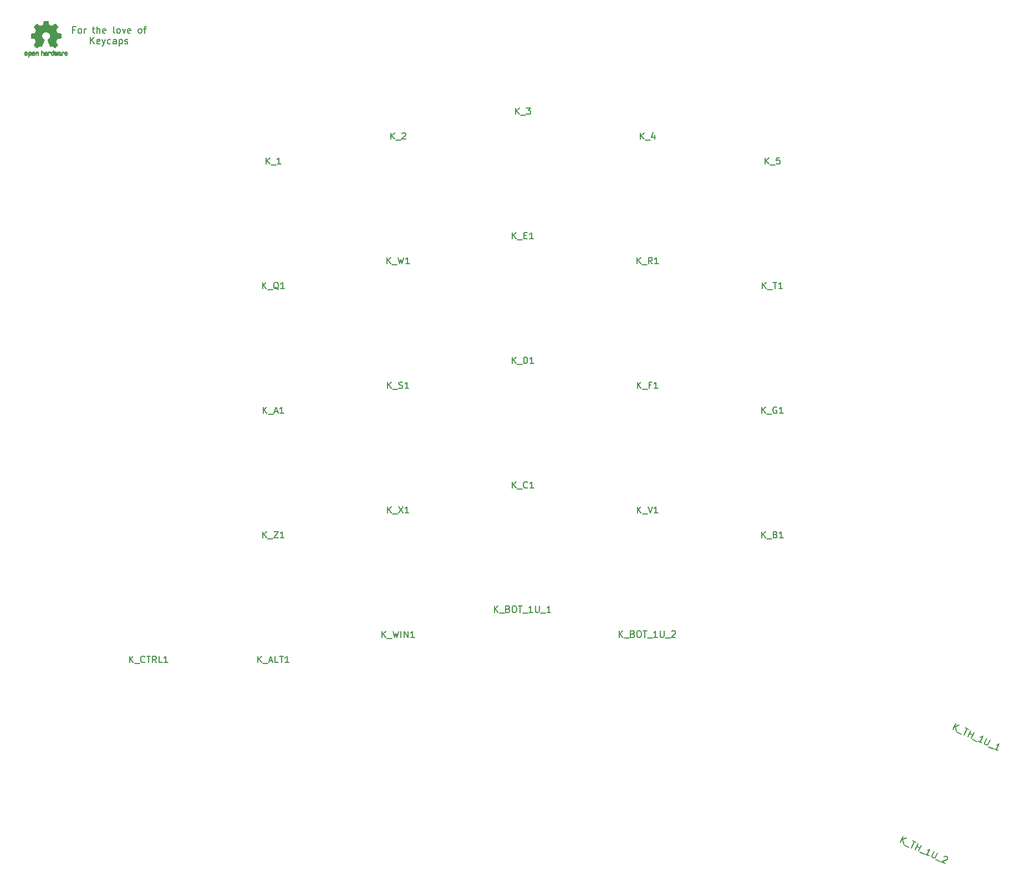
<source format=gbr>
G04 #@! TF.GenerationSoftware,KiCad,Pcbnew,(5.1.5)-3*
G04 #@! TF.CreationDate,2020-01-18T12:44:19+05:30*
G04 #@! TF.ProjectId,ergocape,6572676f-6361-4706-952e-6b696361645f,rev?*
G04 #@! TF.SameCoordinates,Original*
G04 #@! TF.FileFunction,Legend,Top*
G04 #@! TF.FilePolarity,Positive*
%FSLAX46Y46*%
G04 Gerber Fmt 4.6, Leading zero omitted, Abs format (unit mm)*
G04 Created by KiCad (PCBNEW (5.1.5)-3) date 2020-01-18 12:44:19*
%MOMM*%
%LPD*%
G04 APERTURE LIST*
%ADD10C,0.150000*%
%ADD11C,0.010000*%
G04 APERTURE END LIST*
D10*
X53991523Y-20185571D02*
X53658190Y-20185571D01*
X53658190Y-20709380D02*
X53658190Y-19709380D01*
X54134380Y-19709380D01*
X54658190Y-20709380D02*
X54562952Y-20661761D01*
X54515333Y-20614142D01*
X54467714Y-20518904D01*
X54467714Y-20233190D01*
X54515333Y-20137952D01*
X54562952Y-20090333D01*
X54658190Y-20042714D01*
X54801047Y-20042714D01*
X54896285Y-20090333D01*
X54943904Y-20137952D01*
X54991523Y-20233190D01*
X54991523Y-20518904D01*
X54943904Y-20614142D01*
X54896285Y-20661761D01*
X54801047Y-20709380D01*
X54658190Y-20709380D01*
X55420095Y-20709380D02*
X55420095Y-20042714D01*
X55420095Y-20233190D02*
X55467714Y-20137952D01*
X55515333Y-20090333D01*
X55610571Y-20042714D01*
X55705809Y-20042714D01*
X56658190Y-20042714D02*
X57039142Y-20042714D01*
X56801047Y-19709380D02*
X56801047Y-20566523D01*
X56848666Y-20661761D01*
X56943904Y-20709380D01*
X57039142Y-20709380D01*
X57372476Y-20709380D02*
X57372476Y-19709380D01*
X57801047Y-20709380D02*
X57801047Y-20185571D01*
X57753428Y-20090333D01*
X57658190Y-20042714D01*
X57515333Y-20042714D01*
X57420095Y-20090333D01*
X57372476Y-20137952D01*
X58658190Y-20661761D02*
X58562952Y-20709380D01*
X58372476Y-20709380D01*
X58277238Y-20661761D01*
X58229619Y-20566523D01*
X58229619Y-20185571D01*
X58277238Y-20090333D01*
X58372476Y-20042714D01*
X58562952Y-20042714D01*
X58658190Y-20090333D01*
X58705809Y-20185571D01*
X58705809Y-20280809D01*
X58229619Y-20376047D01*
X60039142Y-20709380D02*
X59943904Y-20661761D01*
X59896285Y-20566523D01*
X59896285Y-19709380D01*
X60562952Y-20709380D02*
X60467714Y-20661761D01*
X60420095Y-20614142D01*
X60372476Y-20518904D01*
X60372476Y-20233190D01*
X60420095Y-20137952D01*
X60467714Y-20090333D01*
X60562952Y-20042714D01*
X60705809Y-20042714D01*
X60801047Y-20090333D01*
X60848666Y-20137952D01*
X60896285Y-20233190D01*
X60896285Y-20518904D01*
X60848666Y-20614142D01*
X60801047Y-20661761D01*
X60705809Y-20709380D01*
X60562952Y-20709380D01*
X61229619Y-20042714D02*
X61467714Y-20709380D01*
X61705809Y-20042714D01*
X62467714Y-20661761D02*
X62372476Y-20709380D01*
X62182000Y-20709380D01*
X62086761Y-20661761D01*
X62039142Y-20566523D01*
X62039142Y-20185571D01*
X62086761Y-20090333D01*
X62182000Y-20042714D01*
X62372476Y-20042714D01*
X62467714Y-20090333D01*
X62515333Y-20185571D01*
X62515333Y-20280809D01*
X62039142Y-20376047D01*
X63848666Y-20709380D02*
X63753428Y-20661761D01*
X63705809Y-20614142D01*
X63658190Y-20518904D01*
X63658190Y-20233190D01*
X63705809Y-20137952D01*
X63753428Y-20090333D01*
X63848666Y-20042714D01*
X63991523Y-20042714D01*
X64086761Y-20090333D01*
X64134380Y-20137952D01*
X64182000Y-20233190D01*
X64182000Y-20518904D01*
X64134380Y-20614142D01*
X64086761Y-20661761D01*
X63991523Y-20709380D01*
X63848666Y-20709380D01*
X64467714Y-20042714D02*
X64848666Y-20042714D01*
X64610571Y-20709380D02*
X64610571Y-19852238D01*
X64658190Y-19757000D01*
X64753428Y-19709380D01*
X64848666Y-19709380D01*
X56372476Y-22359380D02*
X56372476Y-21359380D01*
X56943904Y-22359380D02*
X56515333Y-21787952D01*
X56943904Y-21359380D02*
X56372476Y-21930809D01*
X57753428Y-22311761D02*
X57658190Y-22359380D01*
X57467714Y-22359380D01*
X57372476Y-22311761D01*
X57324857Y-22216523D01*
X57324857Y-21835571D01*
X57372476Y-21740333D01*
X57467714Y-21692714D01*
X57658190Y-21692714D01*
X57753428Y-21740333D01*
X57801047Y-21835571D01*
X57801047Y-21930809D01*
X57324857Y-22026047D01*
X58134380Y-21692714D02*
X58372476Y-22359380D01*
X58610571Y-21692714D02*
X58372476Y-22359380D01*
X58277238Y-22597476D01*
X58229619Y-22645095D01*
X58134380Y-22692714D01*
X59420095Y-22311761D02*
X59324857Y-22359380D01*
X59134380Y-22359380D01*
X59039142Y-22311761D01*
X58991523Y-22264142D01*
X58943904Y-22168904D01*
X58943904Y-21883190D01*
X58991523Y-21787952D01*
X59039142Y-21740333D01*
X59134380Y-21692714D01*
X59324857Y-21692714D01*
X59420095Y-21740333D01*
X60277238Y-22359380D02*
X60277238Y-21835571D01*
X60229619Y-21740333D01*
X60134380Y-21692714D01*
X59943904Y-21692714D01*
X59848666Y-21740333D01*
X60277238Y-22311761D02*
X60182000Y-22359380D01*
X59943904Y-22359380D01*
X59848666Y-22311761D01*
X59801047Y-22216523D01*
X59801047Y-22121285D01*
X59848666Y-22026047D01*
X59943904Y-21978428D01*
X60182000Y-21978428D01*
X60277238Y-21930809D01*
X60753428Y-21692714D02*
X60753428Y-22692714D01*
X60753428Y-21740333D02*
X60848666Y-21692714D01*
X61039142Y-21692714D01*
X61134380Y-21740333D01*
X61182000Y-21787952D01*
X61229619Y-21883190D01*
X61229619Y-22168904D01*
X61182000Y-22264142D01*
X61134380Y-22311761D01*
X61039142Y-22359380D01*
X60848666Y-22359380D01*
X60753428Y-22311761D01*
X61610571Y-22311761D02*
X61705809Y-22359380D01*
X61896285Y-22359380D01*
X61991523Y-22311761D01*
X62039142Y-22216523D01*
X62039142Y-22168904D01*
X61991523Y-22073666D01*
X61896285Y-22026047D01*
X61753428Y-22026047D01*
X61658190Y-21978428D01*
X61610571Y-21883190D01*
X61610571Y-21835571D01*
X61658190Y-21740333D01*
X61753428Y-21692714D01*
X61896285Y-21692714D01*
X61991523Y-21740333D01*
D11*
G36*
X49633910Y-18832348D02*
G01*
X49712454Y-18832778D01*
X49769298Y-18833942D01*
X49808105Y-18836207D01*
X49832538Y-18839940D01*
X49846262Y-18845506D01*
X49852940Y-18853273D01*
X49856236Y-18863605D01*
X49856556Y-18864943D01*
X49861562Y-18889079D01*
X49870829Y-18936701D01*
X49883392Y-19002741D01*
X49898287Y-19082128D01*
X49914551Y-19169796D01*
X49915119Y-19172875D01*
X49931410Y-19258789D01*
X49946652Y-19334696D01*
X49959861Y-19396045D01*
X49970054Y-19438282D01*
X49976248Y-19456855D01*
X49976543Y-19457184D01*
X49994788Y-19466253D01*
X50032405Y-19481367D01*
X50081271Y-19499262D01*
X50081543Y-19499358D01*
X50143093Y-19522493D01*
X50215657Y-19551965D01*
X50284057Y-19581597D01*
X50287294Y-19583062D01*
X50398702Y-19633626D01*
X50645399Y-19465160D01*
X50721077Y-19413803D01*
X50789631Y-19367889D01*
X50847088Y-19330030D01*
X50889476Y-19302837D01*
X50912825Y-19288921D01*
X50915042Y-19287889D01*
X50932010Y-19292484D01*
X50963701Y-19314655D01*
X51011352Y-19355447D01*
X51076198Y-19415905D01*
X51142397Y-19480227D01*
X51206214Y-19543612D01*
X51263329Y-19601451D01*
X51310305Y-19650175D01*
X51343703Y-19686210D01*
X51360085Y-19705984D01*
X51360694Y-19707002D01*
X51362505Y-19720572D01*
X51355683Y-19742733D01*
X51338540Y-19776478D01*
X51309393Y-19824800D01*
X51266555Y-19890692D01*
X51209448Y-19975517D01*
X51158766Y-20050177D01*
X51113461Y-20117140D01*
X51076150Y-20172516D01*
X51049452Y-20212420D01*
X51035985Y-20232962D01*
X51035137Y-20234356D01*
X51036781Y-20254038D01*
X51049245Y-20292293D01*
X51070048Y-20341889D01*
X51077462Y-20357728D01*
X51109814Y-20428290D01*
X51144328Y-20508353D01*
X51172365Y-20577629D01*
X51192568Y-20629045D01*
X51208615Y-20668119D01*
X51217888Y-20688541D01*
X51219041Y-20690114D01*
X51236096Y-20692721D01*
X51276298Y-20699863D01*
X51334302Y-20710523D01*
X51404763Y-20723685D01*
X51482335Y-20738333D01*
X51561672Y-20753449D01*
X51637431Y-20768018D01*
X51704264Y-20781022D01*
X51756828Y-20791445D01*
X51789776Y-20798270D01*
X51797857Y-20800199D01*
X51806205Y-20804962D01*
X51812506Y-20815718D01*
X51817045Y-20836098D01*
X51820104Y-20869734D01*
X51821967Y-20920255D01*
X51822918Y-20991292D01*
X51823240Y-21086476D01*
X51823257Y-21125492D01*
X51823257Y-21442799D01*
X51747057Y-21457839D01*
X51704663Y-21465995D01*
X51641400Y-21477899D01*
X51564962Y-21492116D01*
X51483043Y-21507210D01*
X51460400Y-21511355D01*
X51384806Y-21526053D01*
X51318953Y-21540505D01*
X51268366Y-21553375D01*
X51238574Y-21563322D01*
X51233612Y-21566287D01*
X51221426Y-21587283D01*
X51203953Y-21627967D01*
X51184577Y-21680322D01*
X51180734Y-21691600D01*
X51155339Y-21761523D01*
X51123817Y-21840418D01*
X51092969Y-21911266D01*
X51092817Y-21911595D01*
X51041447Y-22022733D01*
X51210399Y-22271253D01*
X51379352Y-22519772D01*
X51162429Y-22737058D01*
X51096819Y-22801726D01*
X51036979Y-22858733D01*
X50986267Y-22905033D01*
X50948046Y-22937584D01*
X50925675Y-22953343D01*
X50922466Y-22954343D01*
X50903626Y-22946469D01*
X50865180Y-22924578D01*
X50811330Y-22891267D01*
X50746276Y-22849131D01*
X50675940Y-22801943D01*
X50604555Y-22753810D01*
X50540908Y-22711928D01*
X50489041Y-22678871D01*
X50452995Y-22657218D01*
X50436867Y-22649543D01*
X50417189Y-22656037D01*
X50379875Y-22673150D01*
X50332621Y-22697326D01*
X50327612Y-22700013D01*
X50263977Y-22731927D01*
X50220341Y-22747579D01*
X50193202Y-22747745D01*
X50179057Y-22733204D01*
X50178975Y-22733000D01*
X50171905Y-22715779D01*
X50155042Y-22674899D01*
X50129695Y-22613525D01*
X50097171Y-22534819D01*
X50058778Y-22441947D01*
X50015822Y-22338072D01*
X49974222Y-22237502D01*
X49928504Y-22126516D01*
X49886526Y-22023703D01*
X49849548Y-21932215D01*
X49818827Y-21855201D01*
X49795622Y-21795815D01*
X49781190Y-21757209D01*
X49776743Y-21742800D01*
X49787896Y-21726272D01*
X49817069Y-21699930D01*
X49855971Y-21670887D01*
X49966757Y-21579039D01*
X50053351Y-21473759D01*
X50114716Y-21357266D01*
X50149815Y-21231776D01*
X50157608Y-21099507D01*
X50151943Y-21038457D01*
X50121078Y-20911795D01*
X50067920Y-20799941D01*
X49995767Y-20704001D01*
X49907917Y-20625076D01*
X49807665Y-20564270D01*
X49698310Y-20522687D01*
X49583147Y-20501428D01*
X49465475Y-20501599D01*
X49348590Y-20524301D01*
X49235789Y-20570638D01*
X49130369Y-20641713D01*
X49086368Y-20681911D01*
X49001979Y-20785129D01*
X48943222Y-20897925D01*
X48909704Y-21017010D01*
X48901035Y-21139095D01*
X48916823Y-21260893D01*
X48956678Y-21379116D01*
X49020207Y-21490475D01*
X49107021Y-21591684D01*
X49204029Y-21670887D01*
X49244437Y-21701162D01*
X49272982Y-21727219D01*
X49283257Y-21742825D01*
X49277877Y-21759843D01*
X49262575Y-21800500D01*
X49238612Y-21861642D01*
X49207244Y-21940119D01*
X49169732Y-22032780D01*
X49127333Y-22136472D01*
X49085663Y-22237526D01*
X49039690Y-22348607D01*
X48997107Y-22451541D01*
X48959221Y-22543165D01*
X48927340Y-22620316D01*
X48902771Y-22679831D01*
X48886820Y-22718544D01*
X48880910Y-22733000D01*
X48866948Y-22747685D01*
X48839940Y-22747642D01*
X48796413Y-22732099D01*
X48732890Y-22700284D01*
X48732388Y-22700013D01*
X48684560Y-22675323D01*
X48645897Y-22657338D01*
X48624095Y-22649614D01*
X48623133Y-22649543D01*
X48606721Y-22657378D01*
X48570487Y-22679165D01*
X48518474Y-22712328D01*
X48454725Y-22754291D01*
X48384060Y-22801943D01*
X48312116Y-22850191D01*
X48247274Y-22892151D01*
X48193735Y-22925227D01*
X48155697Y-22946821D01*
X48137533Y-22954343D01*
X48120808Y-22944457D01*
X48087180Y-22916826D01*
X48040010Y-22874495D01*
X47982658Y-22820505D01*
X47918484Y-22757899D01*
X47897497Y-22736983D01*
X47680499Y-22519623D01*
X47845668Y-22277220D01*
X47895864Y-22202781D01*
X47939919Y-22135972D01*
X47975362Y-22080665D01*
X47999719Y-22040729D01*
X48010522Y-22020036D01*
X48010838Y-22018563D01*
X48005143Y-21999058D01*
X47989826Y-21959822D01*
X47967537Y-21907430D01*
X47951893Y-21872355D01*
X47922641Y-21805201D01*
X47895094Y-21737358D01*
X47873737Y-21680034D01*
X47867935Y-21662572D01*
X47851452Y-21615938D01*
X47835340Y-21579905D01*
X47826490Y-21566287D01*
X47806960Y-21557952D01*
X47764334Y-21546137D01*
X47704145Y-21532181D01*
X47631922Y-21517422D01*
X47599600Y-21511355D01*
X47517522Y-21496273D01*
X47438795Y-21481669D01*
X47371109Y-21468980D01*
X47322160Y-21459642D01*
X47312943Y-21457839D01*
X47236743Y-21442799D01*
X47236743Y-21125492D01*
X47236914Y-21021154D01*
X47237616Y-20942213D01*
X47239134Y-20885038D01*
X47241749Y-20845999D01*
X47245746Y-20821465D01*
X47251409Y-20807805D01*
X47259020Y-20801389D01*
X47262143Y-20800199D01*
X47280978Y-20795980D01*
X47322588Y-20787562D01*
X47381630Y-20775961D01*
X47452757Y-20762195D01*
X47530625Y-20747280D01*
X47609887Y-20732232D01*
X47685198Y-20718069D01*
X47751213Y-20705806D01*
X47802587Y-20696461D01*
X47833975Y-20691050D01*
X47840959Y-20690114D01*
X47847285Y-20677596D01*
X47861290Y-20644246D01*
X47880355Y-20596377D01*
X47887634Y-20577629D01*
X47916996Y-20505195D01*
X47951571Y-20425170D01*
X47982537Y-20357728D01*
X48005323Y-20306159D01*
X48020482Y-20263785D01*
X48025542Y-20237834D01*
X48024736Y-20234356D01*
X48014041Y-20217936D01*
X47989620Y-20181417D01*
X47954095Y-20128687D01*
X47910087Y-20063635D01*
X47860217Y-19990151D01*
X47850356Y-19975645D01*
X47792492Y-19889704D01*
X47749956Y-19824261D01*
X47721054Y-19776304D01*
X47704090Y-19742820D01*
X47697367Y-19720795D01*
X47699190Y-19707217D01*
X47699236Y-19707131D01*
X47713586Y-19689297D01*
X47745323Y-19654817D01*
X47791010Y-19607268D01*
X47847204Y-19550222D01*
X47910468Y-19487255D01*
X47917602Y-19480227D01*
X47997330Y-19403020D01*
X48058857Y-19346330D01*
X48103421Y-19309110D01*
X48132257Y-19290315D01*
X48144958Y-19287889D01*
X48163494Y-19298471D01*
X48201961Y-19322916D01*
X48256386Y-19358612D01*
X48322798Y-19402947D01*
X48397225Y-19453311D01*
X48414601Y-19465160D01*
X48661297Y-19633626D01*
X48772706Y-19583062D01*
X48840457Y-19553595D01*
X48913183Y-19523959D01*
X48975703Y-19500330D01*
X48978457Y-19499358D01*
X49027360Y-19481457D01*
X49065057Y-19466320D01*
X49083425Y-19457210D01*
X49083456Y-19457184D01*
X49089285Y-19440717D01*
X49099192Y-19400219D01*
X49112195Y-19340242D01*
X49127309Y-19265340D01*
X49143552Y-19180064D01*
X49144881Y-19172875D01*
X49161175Y-19085014D01*
X49176133Y-19005260D01*
X49188791Y-18938681D01*
X49198186Y-18890347D01*
X49203354Y-18865325D01*
X49203444Y-18864943D01*
X49206589Y-18854299D01*
X49212704Y-18846262D01*
X49225453Y-18840467D01*
X49248500Y-18836547D01*
X49285509Y-18834135D01*
X49340144Y-18832865D01*
X49416067Y-18832371D01*
X49516944Y-18832286D01*
X49530000Y-18832286D01*
X49633910Y-18832348D01*
G37*
X49633910Y-18832348D02*
X49712454Y-18832778D01*
X49769298Y-18833942D01*
X49808105Y-18836207D01*
X49832538Y-18839940D01*
X49846262Y-18845506D01*
X49852940Y-18853273D01*
X49856236Y-18863605D01*
X49856556Y-18864943D01*
X49861562Y-18889079D01*
X49870829Y-18936701D01*
X49883392Y-19002741D01*
X49898287Y-19082128D01*
X49914551Y-19169796D01*
X49915119Y-19172875D01*
X49931410Y-19258789D01*
X49946652Y-19334696D01*
X49959861Y-19396045D01*
X49970054Y-19438282D01*
X49976248Y-19456855D01*
X49976543Y-19457184D01*
X49994788Y-19466253D01*
X50032405Y-19481367D01*
X50081271Y-19499262D01*
X50081543Y-19499358D01*
X50143093Y-19522493D01*
X50215657Y-19551965D01*
X50284057Y-19581597D01*
X50287294Y-19583062D01*
X50398702Y-19633626D01*
X50645399Y-19465160D01*
X50721077Y-19413803D01*
X50789631Y-19367889D01*
X50847088Y-19330030D01*
X50889476Y-19302837D01*
X50912825Y-19288921D01*
X50915042Y-19287889D01*
X50932010Y-19292484D01*
X50963701Y-19314655D01*
X51011352Y-19355447D01*
X51076198Y-19415905D01*
X51142397Y-19480227D01*
X51206214Y-19543612D01*
X51263329Y-19601451D01*
X51310305Y-19650175D01*
X51343703Y-19686210D01*
X51360085Y-19705984D01*
X51360694Y-19707002D01*
X51362505Y-19720572D01*
X51355683Y-19742733D01*
X51338540Y-19776478D01*
X51309393Y-19824800D01*
X51266555Y-19890692D01*
X51209448Y-19975517D01*
X51158766Y-20050177D01*
X51113461Y-20117140D01*
X51076150Y-20172516D01*
X51049452Y-20212420D01*
X51035985Y-20232962D01*
X51035137Y-20234356D01*
X51036781Y-20254038D01*
X51049245Y-20292293D01*
X51070048Y-20341889D01*
X51077462Y-20357728D01*
X51109814Y-20428290D01*
X51144328Y-20508353D01*
X51172365Y-20577629D01*
X51192568Y-20629045D01*
X51208615Y-20668119D01*
X51217888Y-20688541D01*
X51219041Y-20690114D01*
X51236096Y-20692721D01*
X51276298Y-20699863D01*
X51334302Y-20710523D01*
X51404763Y-20723685D01*
X51482335Y-20738333D01*
X51561672Y-20753449D01*
X51637431Y-20768018D01*
X51704264Y-20781022D01*
X51756828Y-20791445D01*
X51789776Y-20798270D01*
X51797857Y-20800199D01*
X51806205Y-20804962D01*
X51812506Y-20815718D01*
X51817045Y-20836098D01*
X51820104Y-20869734D01*
X51821967Y-20920255D01*
X51822918Y-20991292D01*
X51823240Y-21086476D01*
X51823257Y-21125492D01*
X51823257Y-21442799D01*
X51747057Y-21457839D01*
X51704663Y-21465995D01*
X51641400Y-21477899D01*
X51564962Y-21492116D01*
X51483043Y-21507210D01*
X51460400Y-21511355D01*
X51384806Y-21526053D01*
X51318953Y-21540505D01*
X51268366Y-21553375D01*
X51238574Y-21563322D01*
X51233612Y-21566287D01*
X51221426Y-21587283D01*
X51203953Y-21627967D01*
X51184577Y-21680322D01*
X51180734Y-21691600D01*
X51155339Y-21761523D01*
X51123817Y-21840418D01*
X51092969Y-21911266D01*
X51092817Y-21911595D01*
X51041447Y-22022733D01*
X51210399Y-22271253D01*
X51379352Y-22519772D01*
X51162429Y-22737058D01*
X51096819Y-22801726D01*
X51036979Y-22858733D01*
X50986267Y-22905033D01*
X50948046Y-22937584D01*
X50925675Y-22953343D01*
X50922466Y-22954343D01*
X50903626Y-22946469D01*
X50865180Y-22924578D01*
X50811330Y-22891267D01*
X50746276Y-22849131D01*
X50675940Y-22801943D01*
X50604555Y-22753810D01*
X50540908Y-22711928D01*
X50489041Y-22678871D01*
X50452995Y-22657218D01*
X50436867Y-22649543D01*
X50417189Y-22656037D01*
X50379875Y-22673150D01*
X50332621Y-22697326D01*
X50327612Y-22700013D01*
X50263977Y-22731927D01*
X50220341Y-22747579D01*
X50193202Y-22747745D01*
X50179057Y-22733204D01*
X50178975Y-22733000D01*
X50171905Y-22715779D01*
X50155042Y-22674899D01*
X50129695Y-22613525D01*
X50097171Y-22534819D01*
X50058778Y-22441947D01*
X50015822Y-22338072D01*
X49974222Y-22237502D01*
X49928504Y-22126516D01*
X49886526Y-22023703D01*
X49849548Y-21932215D01*
X49818827Y-21855201D01*
X49795622Y-21795815D01*
X49781190Y-21757209D01*
X49776743Y-21742800D01*
X49787896Y-21726272D01*
X49817069Y-21699930D01*
X49855971Y-21670887D01*
X49966757Y-21579039D01*
X50053351Y-21473759D01*
X50114716Y-21357266D01*
X50149815Y-21231776D01*
X50157608Y-21099507D01*
X50151943Y-21038457D01*
X50121078Y-20911795D01*
X50067920Y-20799941D01*
X49995767Y-20704001D01*
X49907917Y-20625076D01*
X49807665Y-20564270D01*
X49698310Y-20522687D01*
X49583147Y-20501428D01*
X49465475Y-20501599D01*
X49348590Y-20524301D01*
X49235789Y-20570638D01*
X49130369Y-20641713D01*
X49086368Y-20681911D01*
X49001979Y-20785129D01*
X48943222Y-20897925D01*
X48909704Y-21017010D01*
X48901035Y-21139095D01*
X48916823Y-21260893D01*
X48956678Y-21379116D01*
X49020207Y-21490475D01*
X49107021Y-21591684D01*
X49204029Y-21670887D01*
X49244437Y-21701162D01*
X49272982Y-21727219D01*
X49283257Y-21742825D01*
X49277877Y-21759843D01*
X49262575Y-21800500D01*
X49238612Y-21861642D01*
X49207244Y-21940119D01*
X49169732Y-22032780D01*
X49127333Y-22136472D01*
X49085663Y-22237526D01*
X49039690Y-22348607D01*
X48997107Y-22451541D01*
X48959221Y-22543165D01*
X48927340Y-22620316D01*
X48902771Y-22679831D01*
X48886820Y-22718544D01*
X48880910Y-22733000D01*
X48866948Y-22747685D01*
X48839940Y-22747642D01*
X48796413Y-22732099D01*
X48732890Y-22700284D01*
X48732388Y-22700013D01*
X48684560Y-22675323D01*
X48645897Y-22657338D01*
X48624095Y-22649614D01*
X48623133Y-22649543D01*
X48606721Y-22657378D01*
X48570487Y-22679165D01*
X48518474Y-22712328D01*
X48454725Y-22754291D01*
X48384060Y-22801943D01*
X48312116Y-22850191D01*
X48247274Y-22892151D01*
X48193735Y-22925227D01*
X48155697Y-22946821D01*
X48137533Y-22954343D01*
X48120808Y-22944457D01*
X48087180Y-22916826D01*
X48040010Y-22874495D01*
X47982658Y-22820505D01*
X47918484Y-22757899D01*
X47897497Y-22736983D01*
X47680499Y-22519623D01*
X47845668Y-22277220D01*
X47895864Y-22202781D01*
X47939919Y-22135972D01*
X47975362Y-22080665D01*
X47999719Y-22040729D01*
X48010522Y-22020036D01*
X48010838Y-22018563D01*
X48005143Y-21999058D01*
X47989826Y-21959822D01*
X47967537Y-21907430D01*
X47951893Y-21872355D01*
X47922641Y-21805201D01*
X47895094Y-21737358D01*
X47873737Y-21680034D01*
X47867935Y-21662572D01*
X47851452Y-21615938D01*
X47835340Y-21579905D01*
X47826490Y-21566287D01*
X47806960Y-21557952D01*
X47764334Y-21546137D01*
X47704145Y-21532181D01*
X47631922Y-21517422D01*
X47599600Y-21511355D01*
X47517522Y-21496273D01*
X47438795Y-21481669D01*
X47371109Y-21468980D01*
X47322160Y-21459642D01*
X47312943Y-21457839D01*
X47236743Y-21442799D01*
X47236743Y-21125492D01*
X47236914Y-21021154D01*
X47237616Y-20942213D01*
X47239134Y-20885038D01*
X47241749Y-20845999D01*
X47245746Y-20821465D01*
X47251409Y-20807805D01*
X47259020Y-20801389D01*
X47262143Y-20800199D01*
X47280978Y-20795980D01*
X47322588Y-20787562D01*
X47381630Y-20775961D01*
X47452757Y-20762195D01*
X47530625Y-20747280D01*
X47609887Y-20732232D01*
X47685198Y-20718069D01*
X47751213Y-20705806D01*
X47802587Y-20696461D01*
X47833975Y-20691050D01*
X47840959Y-20690114D01*
X47847285Y-20677596D01*
X47861290Y-20644246D01*
X47880355Y-20596377D01*
X47887634Y-20577629D01*
X47916996Y-20505195D01*
X47951571Y-20425170D01*
X47982537Y-20357728D01*
X48005323Y-20306159D01*
X48020482Y-20263785D01*
X48025542Y-20237834D01*
X48024736Y-20234356D01*
X48014041Y-20217936D01*
X47989620Y-20181417D01*
X47954095Y-20128687D01*
X47910087Y-20063635D01*
X47860217Y-19990151D01*
X47850356Y-19975645D01*
X47792492Y-19889704D01*
X47749956Y-19824261D01*
X47721054Y-19776304D01*
X47704090Y-19742820D01*
X47697367Y-19720795D01*
X47699190Y-19707217D01*
X47699236Y-19707131D01*
X47713586Y-19689297D01*
X47745323Y-19654817D01*
X47791010Y-19607268D01*
X47847204Y-19550222D01*
X47910468Y-19487255D01*
X47917602Y-19480227D01*
X47997330Y-19403020D01*
X48058857Y-19346330D01*
X48103421Y-19309110D01*
X48132257Y-19290315D01*
X48144958Y-19287889D01*
X48163494Y-19298471D01*
X48201961Y-19322916D01*
X48256386Y-19358612D01*
X48322798Y-19402947D01*
X48397225Y-19453311D01*
X48414601Y-19465160D01*
X48661297Y-19633626D01*
X48772706Y-19583062D01*
X48840457Y-19553595D01*
X48913183Y-19523959D01*
X48975703Y-19500330D01*
X48978457Y-19499358D01*
X49027360Y-19481457D01*
X49065057Y-19466320D01*
X49083425Y-19457210D01*
X49083456Y-19457184D01*
X49089285Y-19440717D01*
X49099192Y-19400219D01*
X49112195Y-19340242D01*
X49127309Y-19265340D01*
X49143552Y-19180064D01*
X49144881Y-19172875D01*
X49161175Y-19085014D01*
X49176133Y-19005260D01*
X49188791Y-18938681D01*
X49198186Y-18890347D01*
X49203354Y-18865325D01*
X49203444Y-18864943D01*
X49206589Y-18854299D01*
X49212704Y-18846262D01*
X49225453Y-18840467D01*
X49248500Y-18836547D01*
X49285509Y-18834135D01*
X49340144Y-18832865D01*
X49416067Y-18832371D01*
X49516944Y-18832286D01*
X49530000Y-18832286D01*
X49633910Y-18832348D01*
G36*
X52683595Y-23556966D02*
G01*
X52741021Y-23594497D01*
X52768719Y-23628096D01*
X52790662Y-23689064D01*
X52792405Y-23737308D01*
X52788457Y-23801816D01*
X52639686Y-23866934D01*
X52567349Y-23900202D01*
X52520084Y-23926964D01*
X52495507Y-23950144D01*
X52491237Y-23972667D01*
X52504889Y-23997455D01*
X52519943Y-24013886D01*
X52563746Y-24040235D01*
X52611389Y-24042081D01*
X52655145Y-24021546D01*
X52687289Y-23980752D01*
X52693038Y-23966347D01*
X52720576Y-23921356D01*
X52752258Y-23902182D01*
X52795714Y-23885779D01*
X52795714Y-23947966D01*
X52791872Y-23990283D01*
X52776823Y-24025969D01*
X52745280Y-24066943D01*
X52740592Y-24072267D01*
X52705506Y-24108720D01*
X52675347Y-24128283D01*
X52637615Y-24137283D01*
X52606335Y-24140230D01*
X52550385Y-24140965D01*
X52510555Y-24131660D01*
X52485708Y-24117846D01*
X52446656Y-24087467D01*
X52419625Y-24054613D01*
X52402517Y-24013294D01*
X52393238Y-23957521D01*
X52389693Y-23881305D01*
X52389410Y-23842622D01*
X52390372Y-23796247D01*
X52478007Y-23796247D01*
X52479023Y-23821126D01*
X52481556Y-23825200D01*
X52498274Y-23819665D01*
X52534249Y-23805017D01*
X52582331Y-23784190D01*
X52592386Y-23779714D01*
X52653152Y-23748814D01*
X52686632Y-23721657D01*
X52693990Y-23696220D01*
X52676391Y-23670481D01*
X52661856Y-23659109D01*
X52609410Y-23636364D01*
X52560322Y-23640122D01*
X52519227Y-23667884D01*
X52490758Y-23717152D01*
X52481631Y-23756257D01*
X52478007Y-23796247D01*
X52390372Y-23796247D01*
X52391285Y-23752249D01*
X52398196Y-23685384D01*
X52411884Y-23636695D01*
X52434096Y-23600849D01*
X52466574Y-23572513D01*
X52480733Y-23563355D01*
X52545053Y-23539507D01*
X52615473Y-23538006D01*
X52683595Y-23556966D01*
G37*
X52683595Y-23556966D02*
X52741021Y-23594497D01*
X52768719Y-23628096D01*
X52790662Y-23689064D01*
X52792405Y-23737308D01*
X52788457Y-23801816D01*
X52639686Y-23866934D01*
X52567349Y-23900202D01*
X52520084Y-23926964D01*
X52495507Y-23950144D01*
X52491237Y-23972667D01*
X52504889Y-23997455D01*
X52519943Y-24013886D01*
X52563746Y-24040235D01*
X52611389Y-24042081D01*
X52655145Y-24021546D01*
X52687289Y-23980752D01*
X52693038Y-23966347D01*
X52720576Y-23921356D01*
X52752258Y-23902182D01*
X52795714Y-23885779D01*
X52795714Y-23947966D01*
X52791872Y-23990283D01*
X52776823Y-24025969D01*
X52745280Y-24066943D01*
X52740592Y-24072267D01*
X52705506Y-24108720D01*
X52675347Y-24128283D01*
X52637615Y-24137283D01*
X52606335Y-24140230D01*
X52550385Y-24140965D01*
X52510555Y-24131660D01*
X52485708Y-24117846D01*
X52446656Y-24087467D01*
X52419625Y-24054613D01*
X52402517Y-24013294D01*
X52393238Y-23957521D01*
X52389693Y-23881305D01*
X52389410Y-23842622D01*
X52390372Y-23796247D01*
X52478007Y-23796247D01*
X52479023Y-23821126D01*
X52481556Y-23825200D01*
X52498274Y-23819665D01*
X52534249Y-23805017D01*
X52582331Y-23784190D01*
X52592386Y-23779714D01*
X52653152Y-23748814D01*
X52686632Y-23721657D01*
X52693990Y-23696220D01*
X52676391Y-23670481D01*
X52661856Y-23659109D01*
X52609410Y-23636364D01*
X52560322Y-23640122D01*
X52519227Y-23667884D01*
X52490758Y-23717152D01*
X52481631Y-23756257D01*
X52478007Y-23796247D01*
X52390372Y-23796247D01*
X52391285Y-23752249D01*
X52398196Y-23685384D01*
X52411884Y-23636695D01*
X52434096Y-23600849D01*
X52466574Y-23572513D01*
X52480733Y-23563355D01*
X52545053Y-23539507D01*
X52615473Y-23538006D01*
X52683595Y-23556966D01*
G36*
X52182600Y-23548752D02*
G01*
X52199948Y-23556334D01*
X52241356Y-23589128D01*
X52276765Y-23636547D01*
X52298664Y-23687151D01*
X52302229Y-23712098D01*
X52290279Y-23746927D01*
X52264067Y-23765357D01*
X52235964Y-23776516D01*
X52223095Y-23778572D01*
X52216829Y-23763649D01*
X52204456Y-23731175D01*
X52199028Y-23716502D01*
X52168590Y-23665744D01*
X52124520Y-23640427D01*
X52068010Y-23641206D01*
X52063825Y-23642203D01*
X52033655Y-23656507D01*
X52011476Y-23684393D01*
X51996327Y-23729287D01*
X51987250Y-23794615D01*
X51983286Y-23883804D01*
X51982914Y-23931261D01*
X51982730Y-24006071D01*
X51981522Y-24057069D01*
X51978309Y-24089471D01*
X51972109Y-24108495D01*
X51961940Y-24119356D01*
X51946819Y-24127272D01*
X51945946Y-24127670D01*
X51916828Y-24139981D01*
X51902403Y-24144514D01*
X51900186Y-24130809D01*
X51898289Y-24092925D01*
X51896847Y-24035715D01*
X51895998Y-23964027D01*
X51895829Y-23911565D01*
X51896692Y-23810047D01*
X51900070Y-23733032D01*
X51907142Y-23676023D01*
X51919088Y-23634526D01*
X51937090Y-23604043D01*
X51962327Y-23580080D01*
X51987247Y-23563355D01*
X52047171Y-23541097D01*
X52116911Y-23536076D01*
X52182600Y-23548752D01*
G37*
X52182600Y-23548752D02*
X52199948Y-23556334D01*
X52241356Y-23589128D01*
X52276765Y-23636547D01*
X52298664Y-23687151D01*
X52302229Y-23712098D01*
X52290279Y-23746927D01*
X52264067Y-23765357D01*
X52235964Y-23776516D01*
X52223095Y-23778572D01*
X52216829Y-23763649D01*
X52204456Y-23731175D01*
X52199028Y-23716502D01*
X52168590Y-23665744D01*
X52124520Y-23640427D01*
X52068010Y-23641206D01*
X52063825Y-23642203D01*
X52033655Y-23656507D01*
X52011476Y-23684393D01*
X51996327Y-23729287D01*
X51987250Y-23794615D01*
X51983286Y-23883804D01*
X51982914Y-23931261D01*
X51982730Y-24006071D01*
X51981522Y-24057069D01*
X51978309Y-24089471D01*
X51972109Y-24108495D01*
X51961940Y-24119356D01*
X51946819Y-24127272D01*
X51945946Y-24127670D01*
X51916828Y-24139981D01*
X51902403Y-24144514D01*
X51900186Y-24130809D01*
X51898289Y-24092925D01*
X51896847Y-24035715D01*
X51895998Y-23964027D01*
X51895829Y-23911565D01*
X51896692Y-23810047D01*
X51900070Y-23733032D01*
X51907142Y-23676023D01*
X51919088Y-23634526D01*
X51937090Y-23604043D01*
X51962327Y-23580080D01*
X51987247Y-23563355D01*
X52047171Y-23541097D01*
X52116911Y-23536076D01*
X52182600Y-23548752D01*
G36*
X51674876Y-23546335D02*
G01*
X51716667Y-23565344D01*
X51749469Y-23588378D01*
X51773503Y-23614133D01*
X51790097Y-23647358D01*
X51800577Y-23692800D01*
X51806271Y-23755207D01*
X51808507Y-23839327D01*
X51808743Y-23894721D01*
X51808743Y-24110826D01*
X51771774Y-24127670D01*
X51742656Y-24139981D01*
X51728231Y-24144514D01*
X51725472Y-24131025D01*
X51723282Y-24094653D01*
X51721942Y-24041542D01*
X51721657Y-23999372D01*
X51720434Y-23938447D01*
X51717136Y-23890115D01*
X51712321Y-23860518D01*
X51708496Y-23854229D01*
X51682783Y-23860652D01*
X51642418Y-23877125D01*
X51595679Y-23899458D01*
X51550845Y-23923457D01*
X51516193Y-23944930D01*
X51500002Y-23959685D01*
X51499938Y-23959845D01*
X51501330Y-23987152D01*
X51513818Y-24013219D01*
X51535743Y-24034392D01*
X51567743Y-24041474D01*
X51595092Y-24040649D01*
X51633826Y-24040042D01*
X51654158Y-24049116D01*
X51666369Y-24073092D01*
X51667909Y-24077613D01*
X51673203Y-24111806D01*
X51659047Y-24132568D01*
X51622148Y-24142462D01*
X51582289Y-24144292D01*
X51510562Y-24130727D01*
X51473432Y-24111355D01*
X51427576Y-24065845D01*
X51403256Y-24009983D01*
X51401073Y-23950957D01*
X51421629Y-23895953D01*
X51452549Y-23861486D01*
X51483420Y-23842189D01*
X51531942Y-23817759D01*
X51588485Y-23792985D01*
X51597910Y-23789199D01*
X51660019Y-23761791D01*
X51695822Y-23737634D01*
X51707337Y-23713619D01*
X51696580Y-23686635D01*
X51678114Y-23665543D01*
X51634469Y-23639572D01*
X51586446Y-23637624D01*
X51542406Y-23657637D01*
X51510709Y-23697551D01*
X51506549Y-23707848D01*
X51482327Y-23745724D01*
X51446965Y-23773842D01*
X51402343Y-23796917D01*
X51402343Y-23731485D01*
X51404969Y-23691506D01*
X51416230Y-23659997D01*
X51441199Y-23626378D01*
X51465169Y-23600484D01*
X51502441Y-23563817D01*
X51531401Y-23544121D01*
X51562505Y-23536220D01*
X51597713Y-23534914D01*
X51674876Y-23546335D01*
G37*
X51674876Y-23546335D02*
X51716667Y-23565344D01*
X51749469Y-23588378D01*
X51773503Y-23614133D01*
X51790097Y-23647358D01*
X51800577Y-23692800D01*
X51806271Y-23755207D01*
X51808507Y-23839327D01*
X51808743Y-23894721D01*
X51808743Y-24110826D01*
X51771774Y-24127670D01*
X51742656Y-24139981D01*
X51728231Y-24144514D01*
X51725472Y-24131025D01*
X51723282Y-24094653D01*
X51721942Y-24041542D01*
X51721657Y-23999372D01*
X51720434Y-23938447D01*
X51717136Y-23890115D01*
X51712321Y-23860518D01*
X51708496Y-23854229D01*
X51682783Y-23860652D01*
X51642418Y-23877125D01*
X51595679Y-23899458D01*
X51550845Y-23923457D01*
X51516193Y-23944930D01*
X51500002Y-23959685D01*
X51499938Y-23959845D01*
X51501330Y-23987152D01*
X51513818Y-24013219D01*
X51535743Y-24034392D01*
X51567743Y-24041474D01*
X51595092Y-24040649D01*
X51633826Y-24040042D01*
X51654158Y-24049116D01*
X51666369Y-24073092D01*
X51667909Y-24077613D01*
X51673203Y-24111806D01*
X51659047Y-24132568D01*
X51622148Y-24142462D01*
X51582289Y-24144292D01*
X51510562Y-24130727D01*
X51473432Y-24111355D01*
X51427576Y-24065845D01*
X51403256Y-24009983D01*
X51401073Y-23950957D01*
X51421629Y-23895953D01*
X51452549Y-23861486D01*
X51483420Y-23842189D01*
X51531942Y-23817759D01*
X51588485Y-23792985D01*
X51597910Y-23789199D01*
X51660019Y-23761791D01*
X51695822Y-23737634D01*
X51707337Y-23713619D01*
X51696580Y-23686635D01*
X51678114Y-23665543D01*
X51634469Y-23639572D01*
X51586446Y-23637624D01*
X51542406Y-23657637D01*
X51510709Y-23697551D01*
X51506549Y-23707848D01*
X51482327Y-23745724D01*
X51446965Y-23773842D01*
X51402343Y-23796917D01*
X51402343Y-23731485D01*
X51404969Y-23691506D01*
X51416230Y-23659997D01*
X51441199Y-23626378D01*
X51465169Y-23600484D01*
X51502441Y-23563817D01*
X51531401Y-23544121D01*
X51562505Y-23536220D01*
X51597713Y-23534914D01*
X51674876Y-23546335D01*
G36*
X51309833Y-23548663D02*
G01*
X51312048Y-23586850D01*
X51313784Y-23644886D01*
X51314899Y-23718180D01*
X51315257Y-23795055D01*
X51315257Y-24055196D01*
X51269326Y-24101127D01*
X51237675Y-24129429D01*
X51209890Y-24140893D01*
X51171915Y-24140168D01*
X51156840Y-24138321D01*
X51109726Y-24132948D01*
X51070756Y-24129869D01*
X51061257Y-24129585D01*
X51029233Y-24131445D01*
X50983432Y-24136114D01*
X50965674Y-24138321D01*
X50922057Y-24141735D01*
X50892745Y-24134320D01*
X50863680Y-24111427D01*
X50853188Y-24101127D01*
X50807257Y-24055196D01*
X50807257Y-23568602D01*
X50844226Y-23551758D01*
X50876059Y-23539282D01*
X50894683Y-23534914D01*
X50899458Y-23548718D01*
X50903921Y-23587286D01*
X50907775Y-23646356D01*
X50910722Y-23721663D01*
X50912143Y-23785286D01*
X50916114Y-24035657D01*
X50950759Y-24040556D01*
X50982268Y-24037131D01*
X50997708Y-24026041D01*
X51002023Y-24005308D01*
X51005708Y-23961145D01*
X51008469Y-23899146D01*
X51010012Y-23824909D01*
X51010235Y-23786706D01*
X51010457Y-23566783D01*
X51056166Y-23550849D01*
X51088518Y-23540015D01*
X51106115Y-23534962D01*
X51106623Y-23534914D01*
X51108388Y-23548648D01*
X51110329Y-23586730D01*
X51112282Y-23644482D01*
X51114084Y-23717227D01*
X51115343Y-23785286D01*
X51119314Y-24035657D01*
X51206400Y-24035657D01*
X51210396Y-23807240D01*
X51214392Y-23578822D01*
X51256847Y-23556868D01*
X51288192Y-23541793D01*
X51306744Y-23534951D01*
X51307279Y-23534914D01*
X51309833Y-23548663D01*
G37*
X51309833Y-23548663D02*
X51312048Y-23586850D01*
X51313784Y-23644886D01*
X51314899Y-23718180D01*
X51315257Y-23795055D01*
X51315257Y-24055196D01*
X51269326Y-24101127D01*
X51237675Y-24129429D01*
X51209890Y-24140893D01*
X51171915Y-24140168D01*
X51156840Y-24138321D01*
X51109726Y-24132948D01*
X51070756Y-24129869D01*
X51061257Y-24129585D01*
X51029233Y-24131445D01*
X50983432Y-24136114D01*
X50965674Y-24138321D01*
X50922057Y-24141735D01*
X50892745Y-24134320D01*
X50863680Y-24111427D01*
X50853188Y-24101127D01*
X50807257Y-24055196D01*
X50807257Y-23568602D01*
X50844226Y-23551758D01*
X50876059Y-23539282D01*
X50894683Y-23534914D01*
X50899458Y-23548718D01*
X50903921Y-23587286D01*
X50907775Y-23646356D01*
X50910722Y-23721663D01*
X50912143Y-23785286D01*
X50916114Y-24035657D01*
X50950759Y-24040556D01*
X50982268Y-24037131D01*
X50997708Y-24026041D01*
X51002023Y-24005308D01*
X51005708Y-23961145D01*
X51008469Y-23899146D01*
X51010012Y-23824909D01*
X51010235Y-23786706D01*
X51010457Y-23566783D01*
X51056166Y-23550849D01*
X51088518Y-23540015D01*
X51106115Y-23534962D01*
X51106623Y-23534914D01*
X51108388Y-23548648D01*
X51110329Y-23586730D01*
X51112282Y-23644482D01*
X51114084Y-23717227D01*
X51115343Y-23785286D01*
X51119314Y-24035657D01*
X51206400Y-24035657D01*
X51210396Y-23807240D01*
X51214392Y-23578822D01*
X51256847Y-23556868D01*
X51288192Y-23541793D01*
X51306744Y-23534951D01*
X51307279Y-23534914D01*
X51309833Y-23548663D01*
G36*
X50720117Y-23655358D02*
G01*
X50719933Y-23763837D01*
X50719219Y-23847287D01*
X50717675Y-23909704D01*
X50715001Y-23955085D01*
X50710894Y-23987429D01*
X50705055Y-24010733D01*
X50697182Y-24028995D01*
X50691221Y-24039418D01*
X50641855Y-24095945D01*
X50579264Y-24131377D01*
X50510013Y-24144090D01*
X50440668Y-24132463D01*
X50399375Y-24111568D01*
X50356025Y-24075422D01*
X50326481Y-24031276D01*
X50308655Y-23973462D01*
X50300463Y-23896313D01*
X50299302Y-23839714D01*
X50299458Y-23835647D01*
X50400857Y-23835647D01*
X50401476Y-23900550D01*
X50404314Y-23943514D01*
X50410840Y-23971622D01*
X50422523Y-23991953D01*
X50436483Y-24007288D01*
X50483365Y-24036890D01*
X50533701Y-24039419D01*
X50581276Y-24014705D01*
X50584979Y-24011356D01*
X50600783Y-23993935D01*
X50610693Y-23973209D01*
X50616058Y-23942362D01*
X50618228Y-23894577D01*
X50618571Y-23841748D01*
X50617827Y-23775381D01*
X50614748Y-23731106D01*
X50608061Y-23702009D01*
X50596496Y-23681173D01*
X50587013Y-23670107D01*
X50542960Y-23642198D01*
X50492224Y-23638843D01*
X50443796Y-23660159D01*
X50434450Y-23668073D01*
X50418540Y-23685647D01*
X50408610Y-23706587D01*
X50403278Y-23737782D01*
X50401163Y-23786122D01*
X50400857Y-23835647D01*
X50299458Y-23835647D01*
X50302810Y-23748568D01*
X50314726Y-23680086D01*
X50337135Y-23628600D01*
X50372124Y-23588443D01*
X50399375Y-23567861D01*
X50448907Y-23545625D01*
X50506316Y-23535304D01*
X50559682Y-23538067D01*
X50589543Y-23549212D01*
X50601261Y-23552383D01*
X50609037Y-23540557D01*
X50614465Y-23508866D01*
X50618571Y-23460593D01*
X50623067Y-23406829D01*
X50629313Y-23374482D01*
X50640676Y-23355985D01*
X50660528Y-23343770D01*
X50673000Y-23338362D01*
X50720171Y-23318601D01*
X50720117Y-23655358D01*
G37*
X50720117Y-23655358D02*
X50719933Y-23763837D01*
X50719219Y-23847287D01*
X50717675Y-23909704D01*
X50715001Y-23955085D01*
X50710894Y-23987429D01*
X50705055Y-24010733D01*
X50697182Y-24028995D01*
X50691221Y-24039418D01*
X50641855Y-24095945D01*
X50579264Y-24131377D01*
X50510013Y-24144090D01*
X50440668Y-24132463D01*
X50399375Y-24111568D01*
X50356025Y-24075422D01*
X50326481Y-24031276D01*
X50308655Y-23973462D01*
X50300463Y-23896313D01*
X50299302Y-23839714D01*
X50299458Y-23835647D01*
X50400857Y-23835647D01*
X50401476Y-23900550D01*
X50404314Y-23943514D01*
X50410840Y-23971622D01*
X50422523Y-23991953D01*
X50436483Y-24007288D01*
X50483365Y-24036890D01*
X50533701Y-24039419D01*
X50581276Y-24014705D01*
X50584979Y-24011356D01*
X50600783Y-23993935D01*
X50610693Y-23973209D01*
X50616058Y-23942362D01*
X50618228Y-23894577D01*
X50618571Y-23841748D01*
X50617827Y-23775381D01*
X50614748Y-23731106D01*
X50608061Y-23702009D01*
X50596496Y-23681173D01*
X50587013Y-23670107D01*
X50542960Y-23642198D01*
X50492224Y-23638843D01*
X50443796Y-23660159D01*
X50434450Y-23668073D01*
X50418540Y-23685647D01*
X50408610Y-23706587D01*
X50403278Y-23737782D01*
X50401163Y-23786122D01*
X50400857Y-23835647D01*
X50299458Y-23835647D01*
X50302810Y-23748568D01*
X50314726Y-23680086D01*
X50337135Y-23628600D01*
X50372124Y-23588443D01*
X50399375Y-23567861D01*
X50448907Y-23545625D01*
X50506316Y-23535304D01*
X50559682Y-23538067D01*
X50589543Y-23549212D01*
X50601261Y-23552383D01*
X50609037Y-23540557D01*
X50614465Y-23508866D01*
X50618571Y-23460593D01*
X50623067Y-23406829D01*
X50629313Y-23374482D01*
X50640676Y-23355985D01*
X50660528Y-23343770D01*
X50673000Y-23338362D01*
X50720171Y-23318601D01*
X50720117Y-23655358D01*
G36*
X50059926Y-23539755D02*
G01*
X50125858Y-23564084D01*
X50179273Y-23607117D01*
X50200164Y-23637409D01*
X50222939Y-23692994D01*
X50222466Y-23733186D01*
X50198562Y-23760217D01*
X50189717Y-23764813D01*
X50151530Y-23779144D01*
X50132028Y-23775472D01*
X50125422Y-23751407D01*
X50125086Y-23738114D01*
X50112992Y-23689210D01*
X50081471Y-23654999D01*
X50037659Y-23638476D01*
X49988695Y-23642634D01*
X49948894Y-23664227D01*
X49935450Y-23676544D01*
X49925921Y-23691487D01*
X49919485Y-23714075D01*
X49915317Y-23749328D01*
X49912597Y-23802266D01*
X49910502Y-23877907D01*
X49909960Y-23901857D01*
X49907981Y-23983790D01*
X49905731Y-24041455D01*
X49902357Y-24079608D01*
X49897006Y-24103004D01*
X49888824Y-24116398D01*
X49876959Y-24124545D01*
X49869362Y-24128144D01*
X49837102Y-24140452D01*
X49818111Y-24144514D01*
X49811836Y-24130948D01*
X49808006Y-24089934D01*
X49806600Y-24020999D01*
X49807598Y-23923669D01*
X49807908Y-23908657D01*
X49810101Y-23819859D01*
X49812693Y-23755019D01*
X49816382Y-23709067D01*
X49821864Y-23676935D01*
X49829835Y-23653553D01*
X49840993Y-23633852D01*
X49846830Y-23625410D01*
X49880296Y-23588057D01*
X49917727Y-23559003D01*
X49922309Y-23556467D01*
X49989426Y-23536443D01*
X50059926Y-23539755D01*
G37*
X50059926Y-23539755D02*
X50125858Y-23564084D01*
X50179273Y-23607117D01*
X50200164Y-23637409D01*
X50222939Y-23692994D01*
X50222466Y-23733186D01*
X50198562Y-23760217D01*
X50189717Y-23764813D01*
X50151530Y-23779144D01*
X50132028Y-23775472D01*
X50125422Y-23751407D01*
X50125086Y-23738114D01*
X50112992Y-23689210D01*
X50081471Y-23654999D01*
X50037659Y-23638476D01*
X49988695Y-23642634D01*
X49948894Y-23664227D01*
X49935450Y-23676544D01*
X49925921Y-23691487D01*
X49919485Y-23714075D01*
X49915317Y-23749328D01*
X49912597Y-23802266D01*
X49910502Y-23877907D01*
X49909960Y-23901857D01*
X49907981Y-23983790D01*
X49905731Y-24041455D01*
X49902357Y-24079608D01*
X49897006Y-24103004D01*
X49888824Y-24116398D01*
X49876959Y-24124545D01*
X49869362Y-24128144D01*
X49837102Y-24140452D01*
X49818111Y-24144514D01*
X49811836Y-24130948D01*
X49808006Y-24089934D01*
X49806600Y-24020999D01*
X49807598Y-23923669D01*
X49807908Y-23908657D01*
X49810101Y-23819859D01*
X49812693Y-23755019D01*
X49816382Y-23709067D01*
X49821864Y-23676935D01*
X49829835Y-23653553D01*
X49840993Y-23633852D01*
X49846830Y-23625410D01*
X49880296Y-23588057D01*
X49917727Y-23559003D01*
X49922309Y-23556467D01*
X49989426Y-23536443D01*
X50059926Y-23539755D01*
G36*
X49569744Y-23540968D02*
G01*
X49626616Y-23562087D01*
X49627267Y-23562493D01*
X49662440Y-23588380D01*
X49688407Y-23618633D01*
X49706670Y-23658058D01*
X49718732Y-23711462D01*
X49726096Y-23783651D01*
X49730264Y-23879432D01*
X49730629Y-23893078D01*
X49735876Y-24098842D01*
X49691716Y-24121678D01*
X49659763Y-24137110D01*
X49640470Y-24144423D01*
X49639578Y-24144514D01*
X49636239Y-24131022D01*
X49633587Y-24094626D01*
X49631956Y-24041452D01*
X49631600Y-23998393D01*
X49631592Y-23928641D01*
X49628403Y-23884837D01*
X49617288Y-23863944D01*
X49593501Y-23862925D01*
X49552296Y-23878741D01*
X49490086Y-23907815D01*
X49444341Y-23931963D01*
X49420813Y-23952913D01*
X49413896Y-23975747D01*
X49413886Y-23976877D01*
X49425299Y-24016212D01*
X49459092Y-24037462D01*
X49510809Y-24040539D01*
X49548061Y-24040006D01*
X49567703Y-24050735D01*
X49579952Y-24076505D01*
X49587002Y-24109337D01*
X49576842Y-24127966D01*
X49573017Y-24130632D01*
X49537001Y-24141340D01*
X49486566Y-24142856D01*
X49434626Y-24135759D01*
X49397822Y-24122788D01*
X49346938Y-24079585D01*
X49318014Y-24019446D01*
X49312286Y-23972462D01*
X49316657Y-23930082D01*
X49332475Y-23895488D01*
X49363797Y-23864763D01*
X49414678Y-23833990D01*
X49489176Y-23799252D01*
X49493714Y-23797288D01*
X49560821Y-23766287D01*
X49602232Y-23740862D01*
X49619981Y-23718014D01*
X49616107Y-23694745D01*
X49592643Y-23668056D01*
X49585627Y-23661914D01*
X49538630Y-23638100D01*
X49489933Y-23639103D01*
X49447522Y-23662451D01*
X49419384Y-23705675D01*
X49416769Y-23714160D01*
X49391308Y-23755308D01*
X49359001Y-23775128D01*
X49312286Y-23794770D01*
X49312286Y-23743950D01*
X49326496Y-23670082D01*
X49368675Y-23602327D01*
X49390624Y-23579661D01*
X49440517Y-23550569D01*
X49503967Y-23537400D01*
X49569744Y-23540968D01*
G37*
X49569744Y-23540968D02*
X49626616Y-23562087D01*
X49627267Y-23562493D01*
X49662440Y-23588380D01*
X49688407Y-23618633D01*
X49706670Y-23658058D01*
X49718732Y-23711462D01*
X49726096Y-23783651D01*
X49730264Y-23879432D01*
X49730629Y-23893078D01*
X49735876Y-24098842D01*
X49691716Y-24121678D01*
X49659763Y-24137110D01*
X49640470Y-24144423D01*
X49639578Y-24144514D01*
X49636239Y-24131022D01*
X49633587Y-24094626D01*
X49631956Y-24041452D01*
X49631600Y-23998393D01*
X49631592Y-23928641D01*
X49628403Y-23884837D01*
X49617288Y-23863944D01*
X49593501Y-23862925D01*
X49552296Y-23878741D01*
X49490086Y-23907815D01*
X49444341Y-23931963D01*
X49420813Y-23952913D01*
X49413896Y-23975747D01*
X49413886Y-23976877D01*
X49425299Y-24016212D01*
X49459092Y-24037462D01*
X49510809Y-24040539D01*
X49548061Y-24040006D01*
X49567703Y-24050735D01*
X49579952Y-24076505D01*
X49587002Y-24109337D01*
X49576842Y-24127966D01*
X49573017Y-24130632D01*
X49537001Y-24141340D01*
X49486566Y-24142856D01*
X49434626Y-24135759D01*
X49397822Y-24122788D01*
X49346938Y-24079585D01*
X49318014Y-24019446D01*
X49312286Y-23972462D01*
X49316657Y-23930082D01*
X49332475Y-23895488D01*
X49363797Y-23864763D01*
X49414678Y-23833990D01*
X49489176Y-23799252D01*
X49493714Y-23797288D01*
X49560821Y-23766287D01*
X49602232Y-23740862D01*
X49619981Y-23718014D01*
X49616107Y-23694745D01*
X49592643Y-23668056D01*
X49585627Y-23661914D01*
X49538630Y-23638100D01*
X49489933Y-23639103D01*
X49447522Y-23662451D01*
X49419384Y-23705675D01*
X49416769Y-23714160D01*
X49391308Y-23755308D01*
X49359001Y-23775128D01*
X49312286Y-23794770D01*
X49312286Y-23743950D01*
X49326496Y-23670082D01*
X49368675Y-23602327D01*
X49390624Y-23579661D01*
X49440517Y-23550569D01*
X49503967Y-23537400D01*
X49569744Y-23540968D01*
G36*
X48905886Y-23441289D02*
G01*
X48910139Y-23500613D01*
X48915025Y-23535572D01*
X48921795Y-23550820D01*
X48931702Y-23551015D01*
X48934914Y-23549195D01*
X48977644Y-23536015D01*
X49033227Y-23536785D01*
X49089737Y-23550333D01*
X49125082Y-23567861D01*
X49161321Y-23595861D01*
X49187813Y-23627549D01*
X49205999Y-23667813D01*
X49217322Y-23721543D01*
X49223222Y-23793626D01*
X49225143Y-23888951D01*
X49225177Y-23907237D01*
X49225200Y-24112646D01*
X49179491Y-24128580D01*
X49147027Y-24139420D01*
X49129215Y-24144468D01*
X49128691Y-24144514D01*
X49126937Y-24130828D01*
X49125444Y-24093076D01*
X49124326Y-24036224D01*
X49123697Y-23965234D01*
X49123600Y-23922073D01*
X49123398Y-23836973D01*
X49122358Y-23775981D01*
X49119831Y-23734177D01*
X49115164Y-23706642D01*
X49107707Y-23688456D01*
X49096811Y-23674698D01*
X49090007Y-23668073D01*
X49043272Y-23641375D01*
X48992272Y-23639375D01*
X48946001Y-23661955D01*
X48937444Y-23670107D01*
X48924893Y-23685436D01*
X48916188Y-23703618D01*
X48910631Y-23729909D01*
X48907526Y-23769562D01*
X48906176Y-23827832D01*
X48905886Y-23908173D01*
X48905886Y-24112646D01*
X48860177Y-24128580D01*
X48827713Y-24139420D01*
X48809901Y-24144468D01*
X48809377Y-24144514D01*
X48808037Y-24130623D01*
X48806828Y-24091439D01*
X48805801Y-24030700D01*
X48805002Y-23952141D01*
X48804481Y-23859498D01*
X48804286Y-23756509D01*
X48804286Y-23359342D01*
X48851457Y-23339444D01*
X48898629Y-23319547D01*
X48905886Y-23441289D01*
G37*
X48905886Y-23441289D02*
X48910139Y-23500613D01*
X48915025Y-23535572D01*
X48921795Y-23550820D01*
X48931702Y-23551015D01*
X48934914Y-23549195D01*
X48977644Y-23536015D01*
X49033227Y-23536785D01*
X49089737Y-23550333D01*
X49125082Y-23567861D01*
X49161321Y-23595861D01*
X49187813Y-23627549D01*
X49205999Y-23667813D01*
X49217322Y-23721543D01*
X49223222Y-23793626D01*
X49225143Y-23888951D01*
X49225177Y-23907237D01*
X49225200Y-24112646D01*
X49179491Y-24128580D01*
X49147027Y-24139420D01*
X49129215Y-24144468D01*
X49128691Y-24144514D01*
X49126937Y-24130828D01*
X49125444Y-24093076D01*
X49124326Y-24036224D01*
X49123697Y-23965234D01*
X49123600Y-23922073D01*
X49123398Y-23836973D01*
X49122358Y-23775981D01*
X49119831Y-23734177D01*
X49115164Y-23706642D01*
X49107707Y-23688456D01*
X49096811Y-23674698D01*
X49090007Y-23668073D01*
X49043272Y-23641375D01*
X48992272Y-23639375D01*
X48946001Y-23661955D01*
X48937444Y-23670107D01*
X48924893Y-23685436D01*
X48916188Y-23703618D01*
X48910631Y-23729909D01*
X48907526Y-23769562D01*
X48906176Y-23827832D01*
X48905886Y-23908173D01*
X48905886Y-24112646D01*
X48860177Y-24128580D01*
X48827713Y-24139420D01*
X48809901Y-24144468D01*
X48809377Y-24144514D01*
X48808037Y-24130623D01*
X48806828Y-24091439D01*
X48805801Y-24030700D01*
X48805002Y-23952141D01*
X48804481Y-23859498D01*
X48804286Y-23756509D01*
X48804286Y-23359342D01*
X48851457Y-23339444D01*
X48898629Y-23319547D01*
X48905886Y-23441289D01*
G36*
X47698303Y-23521239D02*
G01*
X47755527Y-23559735D01*
X47799749Y-23615335D01*
X47826167Y-23686086D01*
X47831510Y-23738162D01*
X47830903Y-23759893D01*
X47825822Y-23776531D01*
X47811855Y-23791437D01*
X47784589Y-23807973D01*
X47739612Y-23829498D01*
X47672511Y-23859374D01*
X47672171Y-23859524D01*
X47610407Y-23887813D01*
X47559759Y-23912933D01*
X47525404Y-23932179D01*
X47512518Y-23942848D01*
X47512514Y-23942934D01*
X47523872Y-23966166D01*
X47550431Y-23991774D01*
X47580923Y-24010221D01*
X47596370Y-24013886D01*
X47638515Y-24001212D01*
X47674808Y-23969471D01*
X47692517Y-23934572D01*
X47709552Y-23908845D01*
X47742922Y-23879546D01*
X47782149Y-23854235D01*
X47816756Y-23840471D01*
X47823993Y-23839714D01*
X47832139Y-23852160D01*
X47832630Y-23883972D01*
X47826643Y-23926866D01*
X47815357Y-23972558D01*
X47799950Y-24012761D01*
X47799171Y-24014322D01*
X47752804Y-24079062D01*
X47692711Y-24123097D01*
X47624465Y-24144711D01*
X47553638Y-24142185D01*
X47485804Y-24113804D01*
X47482788Y-24111808D01*
X47429427Y-24063448D01*
X47394340Y-24000352D01*
X47374922Y-23917387D01*
X47372316Y-23894078D01*
X47367701Y-23784055D01*
X47373233Y-23732748D01*
X47512514Y-23732748D01*
X47514324Y-23764753D01*
X47524222Y-23774093D01*
X47548898Y-23767105D01*
X47587795Y-23750587D01*
X47631275Y-23729881D01*
X47632356Y-23729333D01*
X47669209Y-23709949D01*
X47684000Y-23697013D01*
X47680353Y-23683451D01*
X47664995Y-23665632D01*
X47625923Y-23639845D01*
X47583846Y-23637950D01*
X47546103Y-23656717D01*
X47520034Y-23692915D01*
X47512514Y-23732748D01*
X47373233Y-23732748D01*
X47377194Y-23696027D01*
X47401550Y-23626212D01*
X47435456Y-23577302D01*
X47496653Y-23527878D01*
X47564063Y-23503359D01*
X47632880Y-23501797D01*
X47698303Y-23521239D01*
G37*
X47698303Y-23521239D02*
X47755527Y-23559735D01*
X47799749Y-23615335D01*
X47826167Y-23686086D01*
X47831510Y-23738162D01*
X47830903Y-23759893D01*
X47825822Y-23776531D01*
X47811855Y-23791437D01*
X47784589Y-23807973D01*
X47739612Y-23829498D01*
X47672511Y-23859374D01*
X47672171Y-23859524D01*
X47610407Y-23887813D01*
X47559759Y-23912933D01*
X47525404Y-23932179D01*
X47512518Y-23942848D01*
X47512514Y-23942934D01*
X47523872Y-23966166D01*
X47550431Y-23991774D01*
X47580923Y-24010221D01*
X47596370Y-24013886D01*
X47638515Y-24001212D01*
X47674808Y-23969471D01*
X47692517Y-23934572D01*
X47709552Y-23908845D01*
X47742922Y-23879546D01*
X47782149Y-23854235D01*
X47816756Y-23840471D01*
X47823993Y-23839714D01*
X47832139Y-23852160D01*
X47832630Y-23883972D01*
X47826643Y-23926866D01*
X47815357Y-23972558D01*
X47799950Y-24012761D01*
X47799171Y-24014322D01*
X47752804Y-24079062D01*
X47692711Y-24123097D01*
X47624465Y-24144711D01*
X47553638Y-24142185D01*
X47485804Y-24113804D01*
X47482788Y-24111808D01*
X47429427Y-24063448D01*
X47394340Y-24000352D01*
X47374922Y-23917387D01*
X47372316Y-23894078D01*
X47367701Y-23784055D01*
X47373233Y-23732748D01*
X47512514Y-23732748D01*
X47514324Y-23764753D01*
X47524222Y-23774093D01*
X47548898Y-23767105D01*
X47587795Y-23750587D01*
X47631275Y-23729881D01*
X47632356Y-23729333D01*
X47669209Y-23709949D01*
X47684000Y-23697013D01*
X47680353Y-23683451D01*
X47664995Y-23665632D01*
X47625923Y-23639845D01*
X47583846Y-23637950D01*
X47546103Y-23656717D01*
X47520034Y-23692915D01*
X47512514Y-23732748D01*
X47373233Y-23732748D01*
X47377194Y-23696027D01*
X47401550Y-23626212D01*
X47435456Y-23577302D01*
X47496653Y-23527878D01*
X47564063Y-23503359D01*
X47632880Y-23501797D01*
X47698303Y-23521239D01*
G36*
X46571115Y-23511962D02*
G01*
X46639145Y-23547733D01*
X46689351Y-23605301D01*
X46707185Y-23642312D01*
X46721063Y-23697882D01*
X46728167Y-23768096D01*
X46728840Y-23844727D01*
X46723427Y-23919552D01*
X46712270Y-23984342D01*
X46695714Y-24030873D01*
X46690626Y-24038887D01*
X46630355Y-24098707D01*
X46558769Y-24134535D01*
X46481092Y-24145020D01*
X46402548Y-24128810D01*
X46380689Y-24119092D01*
X46338122Y-24089143D01*
X46300763Y-24049433D01*
X46297232Y-24044397D01*
X46282881Y-24020124D01*
X46273394Y-23994178D01*
X46267790Y-23960022D01*
X46265086Y-23911119D01*
X46264299Y-23840935D01*
X46264286Y-23825200D01*
X46264322Y-23820192D01*
X46409429Y-23820192D01*
X46410273Y-23886430D01*
X46413596Y-23930386D01*
X46420583Y-23958779D01*
X46432416Y-23978325D01*
X46438457Y-23984857D01*
X46473186Y-24009680D01*
X46506903Y-24008548D01*
X46540995Y-23987016D01*
X46561329Y-23964029D01*
X46573371Y-23930478D01*
X46580134Y-23877569D01*
X46580598Y-23871399D01*
X46581752Y-23775513D01*
X46569688Y-23704299D01*
X46544570Y-23658194D01*
X46506560Y-23637635D01*
X46492992Y-23636514D01*
X46457364Y-23642152D01*
X46432994Y-23661686D01*
X46418093Y-23699042D01*
X46410875Y-23758150D01*
X46409429Y-23820192D01*
X46264322Y-23820192D01*
X46264826Y-23750413D01*
X46267096Y-23698159D01*
X46272068Y-23661949D01*
X46280713Y-23635299D01*
X46294005Y-23611722D01*
X46296943Y-23607338D01*
X46346313Y-23548249D01*
X46400109Y-23513947D01*
X46465602Y-23500331D01*
X46487842Y-23499665D01*
X46571115Y-23511962D01*
G37*
X46571115Y-23511962D02*
X46639145Y-23547733D01*
X46689351Y-23605301D01*
X46707185Y-23642312D01*
X46721063Y-23697882D01*
X46728167Y-23768096D01*
X46728840Y-23844727D01*
X46723427Y-23919552D01*
X46712270Y-23984342D01*
X46695714Y-24030873D01*
X46690626Y-24038887D01*
X46630355Y-24098707D01*
X46558769Y-24134535D01*
X46481092Y-24145020D01*
X46402548Y-24128810D01*
X46380689Y-24119092D01*
X46338122Y-24089143D01*
X46300763Y-24049433D01*
X46297232Y-24044397D01*
X46282881Y-24020124D01*
X46273394Y-23994178D01*
X46267790Y-23960022D01*
X46265086Y-23911119D01*
X46264299Y-23840935D01*
X46264286Y-23825200D01*
X46264322Y-23820192D01*
X46409429Y-23820192D01*
X46410273Y-23886430D01*
X46413596Y-23930386D01*
X46420583Y-23958779D01*
X46432416Y-23978325D01*
X46438457Y-23984857D01*
X46473186Y-24009680D01*
X46506903Y-24008548D01*
X46540995Y-23987016D01*
X46561329Y-23964029D01*
X46573371Y-23930478D01*
X46580134Y-23877569D01*
X46580598Y-23871399D01*
X46581752Y-23775513D01*
X46569688Y-23704299D01*
X46544570Y-23658194D01*
X46506560Y-23637635D01*
X46492992Y-23636514D01*
X46457364Y-23642152D01*
X46432994Y-23661686D01*
X46418093Y-23699042D01*
X46410875Y-23758150D01*
X46409429Y-23820192D01*
X46264322Y-23820192D01*
X46264826Y-23750413D01*
X46267096Y-23698159D01*
X46272068Y-23661949D01*
X46280713Y-23635299D01*
X46294005Y-23611722D01*
X46296943Y-23607338D01*
X46346313Y-23548249D01*
X46400109Y-23513947D01*
X46465602Y-23500331D01*
X46487842Y-23499665D01*
X46571115Y-23511962D01*
G36*
X48246093Y-23517780D02*
G01*
X48292672Y-23544723D01*
X48325057Y-23571466D01*
X48348742Y-23599484D01*
X48365059Y-23633748D01*
X48375339Y-23679227D01*
X48380914Y-23740892D01*
X48383116Y-23823711D01*
X48383371Y-23883246D01*
X48383371Y-24102391D01*
X48321686Y-24130044D01*
X48260000Y-24157697D01*
X48252743Y-23917670D01*
X48249744Y-23828028D01*
X48246598Y-23762962D01*
X48242701Y-23718026D01*
X48237447Y-23688770D01*
X48230231Y-23670748D01*
X48220450Y-23659511D01*
X48217312Y-23657079D01*
X48169761Y-23638083D01*
X48121697Y-23645600D01*
X48093086Y-23665543D01*
X48081447Y-23679675D01*
X48073391Y-23698220D01*
X48068271Y-23726334D01*
X48065441Y-23769173D01*
X48064256Y-23831895D01*
X48064057Y-23897261D01*
X48064018Y-23979268D01*
X48062614Y-24037316D01*
X48057914Y-24076465D01*
X48047987Y-24101780D01*
X48030903Y-24118323D01*
X48004732Y-24131156D01*
X47969775Y-24144491D01*
X47931596Y-24159007D01*
X47936141Y-23901389D01*
X47937971Y-23808519D01*
X47940112Y-23739889D01*
X47943181Y-23690711D01*
X47947794Y-23656198D01*
X47954568Y-23631562D01*
X47964119Y-23612016D01*
X47975634Y-23594770D01*
X48031190Y-23539680D01*
X48098980Y-23507822D01*
X48172713Y-23500191D01*
X48246093Y-23517780D01*
G37*
X48246093Y-23517780D02*
X48292672Y-23544723D01*
X48325057Y-23571466D01*
X48348742Y-23599484D01*
X48365059Y-23633748D01*
X48375339Y-23679227D01*
X48380914Y-23740892D01*
X48383116Y-23823711D01*
X48383371Y-23883246D01*
X48383371Y-24102391D01*
X48321686Y-24130044D01*
X48260000Y-24157697D01*
X48252743Y-23917670D01*
X48249744Y-23828028D01*
X48246598Y-23762962D01*
X48242701Y-23718026D01*
X48237447Y-23688770D01*
X48230231Y-23670748D01*
X48220450Y-23659511D01*
X48217312Y-23657079D01*
X48169761Y-23638083D01*
X48121697Y-23645600D01*
X48093086Y-23665543D01*
X48081447Y-23679675D01*
X48073391Y-23698220D01*
X48068271Y-23726334D01*
X48065441Y-23769173D01*
X48064256Y-23831895D01*
X48064057Y-23897261D01*
X48064018Y-23979268D01*
X48062614Y-24037316D01*
X48057914Y-24076465D01*
X48047987Y-24101780D01*
X48030903Y-24118323D01*
X48004732Y-24131156D01*
X47969775Y-24144491D01*
X47931596Y-24159007D01*
X47936141Y-23901389D01*
X47937971Y-23808519D01*
X47940112Y-23739889D01*
X47943181Y-23690711D01*
X47947794Y-23656198D01*
X47954568Y-23631562D01*
X47964119Y-23612016D01*
X47975634Y-23594770D01*
X48031190Y-23539680D01*
X48098980Y-23507822D01*
X48172713Y-23500191D01*
X48246093Y-23517780D01*
G36*
X47129744Y-23509918D02*
G01*
X47185201Y-23537568D01*
X47234148Y-23588480D01*
X47247629Y-23607338D01*
X47262314Y-23632015D01*
X47271842Y-23658816D01*
X47277293Y-23694587D01*
X47279747Y-23746169D01*
X47280286Y-23814267D01*
X47277852Y-23907588D01*
X47269394Y-23977657D01*
X47253174Y-24029931D01*
X47227454Y-24069869D01*
X47190497Y-24102929D01*
X47187782Y-24104886D01*
X47151360Y-24124908D01*
X47107502Y-24134815D01*
X47051724Y-24137257D01*
X46961048Y-24137257D01*
X46961010Y-24225283D01*
X46960166Y-24274308D01*
X46955024Y-24303065D01*
X46941587Y-24320311D01*
X46915858Y-24334808D01*
X46909679Y-24337769D01*
X46880764Y-24351648D01*
X46858376Y-24360414D01*
X46841729Y-24361171D01*
X46830036Y-24351023D01*
X46822510Y-24327073D01*
X46818366Y-24286426D01*
X46816815Y-24226186D01*
X46817071Y-24143455D01*
X46818349Y-24035339D01*
X46818748Y-24003000D01*
X46820185Y-23891524D01*
X46821472Y-23818603D01*
X46960971Y-23818603D01*
X46961755Y-23880499D01*
X46965240Y-23920997D01*
X46973124Y-23947708D01*
X46987105Y-23968244D01*
X46996597Y-23978260D01*
X47035404Y-24007567D01*
X47069763Y-24009952D01*
X47105216Y-23985750D01*
X47106114Y-23984857D01*
X47120539Y-23966153D01*
X47129313Y-23940732D01*
X47133739Y-23901584D01*
X47135118Y-23841697D01*
X47135143Y-23828430D01*
X47131812Y-23745901D01*
X47120969Y-23688691D01*
X47101340Y-23653766D01*
X47071650Y-23638094D01*
X47054491Y-23636514D01*
X47013766Y-23643926D01*
X46985832Y-23668330D01*
X46969017Y-23712980D01*
X46961650Y-23781130D01*
X46960971Y-23818603D01*
X46821472Y-23818603D01*
X46821708Y-23805245D01*
X46823677Y-23740333D01*
X46826450Y-23692958D01*
X46830388Y-23659290D01*
X46835849Y-23635498D01*
X46843192Y-23617753D01*
X46852777Y-23602224D01*
X46856887Y-23596381D01*
X46911405Y-23541185D01*
X46980336Y-23509890D01*
X47060072Y-23501165D01*
X47129744Y-23509918D01*
G37*
X47129744Y-23509918D02*
X47185201Y-23537568D01*
X47234148Y-23588480D01*
X47247629Y-23607338D01*
X47262314Y-23632015D01*
X47271842Y-23658816D01*
X47277293Y-23694587D01*
X47279747Y-23746169D01*
X47280286Y-23814267D01*
X47277852Y-23907588D01*
X47269394Y-23977657D01*
X47253174Y-24029931D01*
X47227454Y-24069869D01*
X47190497Y-24102929D01*
X47187782Y-24104886D01*
X47151360Y-24124908D01*
X47107502Y-24134815D01*
X47051724Y-24137257D01*
X46961048Y-24137257D01*
X46961010Y-24225283D01*
X46960166Y-24274308D01*
X46955024Y-24303065D01*
X46941587Y-24320311D01*
X46915858Y-24334808D01*
X46909679Y-24337769D01*
X46880764Y-24351648D01*
X46858376Y-24360414D01*
X46841729Y-24361171D01*
X46830036Y-24351023D01*
X46822510Y-24327073D01*
X46818366Y-24286426D01*
X46816815Y-24226186D01*
X46817071Y-24143455D01*
X46818349Y-24035339D01*
X46818748Y-24003000D01*
X46820185Y-23891524D01*
X46821472Y-23818603D01*
X46960971Y-23818603D01*
X46961755Y-23880499D01*
X46965240Y-23920997D01*
X46973124Y-23947708D01*
X46987105Y-23968244D01*
X46996597Y-23978260D01*
X47035404Y-24007567D01*
X47069763Y-24009952D01*
X47105216Y-23985750D01*
X47106114Y-23984857D01*
X47120539Y-23966153D01*
X47129313Y-23940732D01*
X47133739Y-23901584D01*
X47135118Y-23841697D01*
X47135143Y-23828430D01*
X47131812Y-23745901D01*
X47120969Y-23688691D01*
X47101340Y-23653766D01*
X47071650Y-23638094D01*
X47054491Y-23636514D01*
X47013766Y-23643926D01*
X46985832Y-23668330D01*
X46969017Y-23712980D01*
X46961650Y-23781130D01*
X46960971Y-23818603D01*
X46821472Y-23818603D01*
X46821708Y-23805245D01*
X46823677Y-23740333D01*
X46826450Y-23692958D01*
X46830388Y-23659290D01*
X46835849Y-23635498D01*
X46843192Y-23617753D01*
X46852777Y-23602224D01*
X46856887Y-23596381D01*
X46911405Y-23541185D01*
X46980336Y-23509890D01*
X47060072Y-23501165D01*
X47129744Y-23509918D01*
D10*
X82679661Y-97901880D02*
X82679661Y-96901880D01*
X83251090Y-97901880D02*
X82822519Y-97330452D01*
X83251090Y-96901880D02*
X82679661Y-97473309D01*
X83441566Y-97997119D02*
X84203471Y-97997119D01*
X84346328Y-96901880D02*
X85012995Y-96901880D01*
X84346328Y-97901880D01*
X85012995Y-97901880D01*
X85917757Y-97901880D02*
X85346328Y-97901880D01*
X85632042Y-97901880D02*
X85632042Y-96901880D01*
X85536804Y-97044738D01*
X85441566Y-97139976D01*
X85346328Y-97187595D01*
X101730161Y-94091880D02*
X101730161Y-93091880D01*
X102301590Y-94091880D02*
X101873019Y-93520452D01*
X102301590Y-93091880D02*
X101730161Y-93663309D01*
X102492066Y-94187119D02*
X103253971Y-94187119D01*
X103396828Y-93091880D02*
X104063495Y-94091880D01*
X104063495Y-93091880D02*
X103396828Y-94091880D01*
X104968257Y-94091880D02*
X104396828Y-94091880D01*
X104682542Y-94091880D02*
X104682542Y-93091880D01*
X104587304Y-93234738D01*
X104492066Y-93329976D01*
X104396828Y-93377595D01*
X100873019Y-113142380D02*
X100873019Y-112142380D01*
X101444447Y-113142380D02*
X101015876Y-112570952D01*
X101444447Y-112142380D02*
X100873019Y-112713809D01*
X101634923Y-113237619D02*
X102396828Y-113237619D01*
X102539685Y-112142380D02*
X102777780Y-113142380D01*
X102968257Y-112428095D01*
X103158733Y-113142380D01*
X103396828Y-112142380D01*
X103777780Y-113142380D02*
X103777780Y-112142380D01*
X104253971Y-113142380D02*
X104253971Y-112142380D01*
X104825400Y-113142380D01*
X104825400Y-112142380D01*
X105825400Y-113142380D02*
X105253971Y-113142380D01*
X105539685Y-113142380D02*
X105539685Y-112142380D01*
X105444447Y-112285238D01*
X105349209Y-112380476D01*
X105253971Y-112428095D01*
X101634923Y-55991880D02*
X101634923Y-54991880D01*
X102206352Y-55991880D02*
X101777780Y-55420452D01*
X102206352Y-54991880D02*
X101634923Y-55563309D01*
X102396828Y-56087119D02*
X103158733Y-56087119D01*
X103301590Y-54991880D02*
X103539685Y-55991880D01*
X103730161Y-55277595D01*
X103920638Y-55991880D01*
X104158733Y-54991880D01*
X105063495Y-55991880D02*
X104492066Y-55991880D01*
X104777780Y-55991880D02*
X104777780Y-54991880D01*
X104682542Y-55134738D01*
X104587304Y-55229976D01*
X104492066Y-55277595D01*
X139877780Y-94091880D02*
X139877780Y-93091880D01*
X140449209Y-94091880D02*
X140020638Y-93520452D01*
X140449209Y-93091880D02*
X139877780Y-93663309D01*
X140639685Y-94187119D02*
X141401590Y-94187119D01*
X141496828Y-93091880D02*
X141830161Y-94091880D01*
X142163495Y-93091880D01*
X143020638Y-94091880D02*
X142449209Y-94091880D01*
X142734923Y-94091880D02*
X142734923Y-93091880D01*
X142639685Y-93234738D01*
X142544447Y-93329976D01*
X142449209Y-93377595D01*
X179992677Y-144430812D02*
X180415295Y-143524504D01*
X180510567Y-144672308D02*
X180363645Y-143973296D01*
X180933185Y-143766000D02*
X180173799Y-144042394D01*
X180642948Y-144839122D02*
X181333468Y-145161117D01*
X181882650Y-144208743D02*
X182400541Y-144450239D01*
X181718977Y-145235799D02*
X182141596Y-144329491D01*
X182280025Y-145497420D02*
X182702643Y-144591112D01*
X182501396Y-145022687D02*
X183019287Y-145264183D01*
X182797915Y-145738916D02*
X183220533Y-144832608D01*
X182973453Y-145925854D02*
X183663974Y-146247849D01*
X184394743Y-146483529D02*
X183876853Y-146242033D01*
X184135798Y-146362781D02*
X184558416Y-145456473D01*
X184411727Y-145545696D01*
X184285163Y-145591762D01*
X184178723Y-145594670D01*
X185205779Y-145758343D02*
X184863659Y-146492021D01*
X184866568Y-146598461D01*
X184889600Y-146661743D01*
X184955791Y-146745150D01*
X185128421Y-146825649D01*
X185234861Y-146822741D01*
X185298143Y-146799708D01*
X185381550Y-146733517D01*
X185723669Y-145999840D01*
X185476589Y-147093086D02*
X186167109Y-147415081D01*
X186762358Y-146589272D02*
X186825640Y-146566239D01*
X186932080Y-146563331D01*
X187147867Y-146663954D01*
X187214057Y-146747361D01*
X187237090Y-146810643D01*
X187239998Y-146917083D01*
X187199749Y-147003398D01*
X187096218Y-147112746D01*
X186336831Y-147389140D01*
X186897879Y-147650761D01*
X188042677Y-127165812D02*
X188465295Y-126259504D01*
X188560567Y-127407308D02*
X188413645Y-126708296D01*
X188983185Y-126501000D02*
X188223799Y-126777394D01*
X188692948Y-127574122D02*
X189383468Y-127896117D01*
X189932650Y-126943743D02*
X190450541Y-127185239D01*
X189768977Y-127970799D02*
X190191596Y-127064491D01*
X190330025Y-128232420D02*
X190752643Y-127326112D01*
X190551396Y-127757687D02*
X191069287Y-127999183D01*
X190847915Y-128473916D02*
X191270533Y-127567608D01*
X191023453Y-128660854D02*
X191713974Y-128982849D01*
X192444743Y-129218529D02*
X191926853Y-128977033D01*
X192185798Y-129097781D02*
X192608416Y-128191473D01*
X192461727Y-128280696D01*
X192335163Y-128326762D01*
X192228723Y-128329670D01*
X193255779Y-128493343D02*
X192913659Y-129227021D01*
X192916568Y-129333461D01*
X192939600Y-129396743D01*
X193005791Y-129480150D01*
X193178421Y-129560649D01*
X193284861Y-129557741D01*
X193348143Y-129534708D01*
X193431550Y-129468517D01*
X193773669Y-128734840D01*
X193526589Y-129828086D02*
X194217109Y-130150081D01*
X194947879Y-130385761D02*
X194429989Y-130144264D01*
X194688934Y-130265012D02*
X195111552Y-129358705D01*
X194964863Y-129447928D01*
X194838299Y-129493994D01*
X194731859Y-129496902D01*
X158975400Y-59801880D02*
X158975400Y-58801880D01*
X159546828Y-59801880D02*
X159118257Y-59230452D01*
X159546828Y-58801880D02*
X158975400Y-59373309D01*
X159737304Y-59897119D02*
X160499209Y-59897119D01*
X160594447Y-58801880D02*
X161165876Y-58801880D01*
X160880161Y-59801880D02*
X160880161Y-58801880D01*
X162023019Y-59801880D02*
X161451590Y-59801880D01*
X161737304Y-59801880D02*
X161737304Y-58801880D01*
X161642066Y-58944738D01*
X161546828Y-59039976D01*
X161451590Y-59087595D01*
X101730161Y-75041880D02*
X101730161Y-74041880D01*
X102301590Y-75041880D02*
X101873019Y-74470452D01*
X102301590Y-74041880D02*
X101730161Y-74613309D01*
X102492066Y-75137119D02*
X103253971Y-75137119D01*
X103444447Y-74994261D02*
X103587304Y-75041880D01*
X103825400Y-75041880D01*
X103920638Y-74994261D01*
X103968257Y-74946642D01*
X104015876Y-74851404D01*
X104015876Y-74756166D01*
X103968257Y-74660928D01*
X103920638Y-74613309D01*
X103825400Y-74565690D01*
X103634923Y-74518071D01*
X103539685Y-74470452D01*
X103492066Y-74422833D01*
X103444447Y-74327595D01*
X103444447Y-74232357D01*
X103492066Y-74137119D01*
X103539685Y-74089500D01*
X103634923Y-74041880D01*
X103873019Y-74041880D01*
X104015876Y-74089500D01*
X104968257Y-75041880D02*
X104396828Y-75041880D01*
X104682542Y-75041880D02*
X104682542Y-74041880D01*
X104587304Y-74184738D01*
X104492066Y-74279976D01*
X104396828Y-74327595D01*
X139806352Y-55991880D02*
X139806352Y-54991880D01*
X140377780Y-55991880D02*
X139949209Y-55420452D01*
X140377780Y-54991880D02*
X139806352Y-55563309D01*
X140568257Y-56087119D02*
X141330161Y-56087119D01*
X142139685Y-55991880D02*
X141806352Y-55515690D01*
X141568257Y-55991880D02*
X141568257Y-54991880D01*
X141949209Y-54991880D01*
X142044447Y-55039500D01*
X142092066Y-55087119D01*
X142139685Y-55182357D01*
X142139685Y-55325214D01*
X142092066Y-55420452D01*
X142044447Y-55468071D01*
X141949209Y-55515690D01*
X141568257Y-55515690D01*
X143092066Y-55991880D02*
X142520638Y-55991880D01*
X142806352Y-55991880D02*
X142806352Y-54991880D01*
X142711114Y-55134738D01*
X142615876Y-55229976D01*
X142520638Y-55277595D01*
X82632042Y-59801880D02*
X82632042Y-58801880D01*
X83203471Y-59801880D02*
X82774900Y-59230452D01*
X83203471Y-58801880D02*
X82632042Y-59373309D01*
X83393947Y-59897119D02*
X84155852Y-59897119D01*
X85060614Y-59897119D02*
X84965376Y-59849500D01*
X84870138Y-59754261D01*
X84727280Y-59611404D01*
X84632042Y-59563785D01*
X84536804Y-59563785D01*
X84584423Y-59801880D02*
X84489185Y-59754261D01*
X84393947Y-59659023D01*
X84346328Y-59468547D01*
X84346328Y-59135214D01*
X84393947Y-58944738D01*
X84489185Y-58849500D01*
X84584423Y-58801880D01*
X84774900Y-58801880D01*
X84870138Y-58849500D01*
X84965376Y-58944738D01*
X85012995Y-59135214D01*
X85012995Y-59468547D01*
X84965376Y-59659023D01*
X84870138Y-59754261D01*
X84774900Y-59801880D01*
X84584423Y-59801880D01*
X85965376Y-59801880D02*
X85393947Y-59801880D01*
X85679661Y-59801880D02*
X85679661Y-58801880D01*
X85584423Y-58944738D01*
X85489185Y-59039976D01*
X85393947Y-59087595D01*
X158856352Y-78851880D02*
X158856352Y-77851880D01*
X159427780Y-78851880D02*
X158999209Y-78280452D01*
X159427780Y-77851880D02*
X158856352Y-78423309D01*
X159618257Y-78947119D02*
X160380161Y-78947119D01*
X161142066Y-77899500D02*
X161046828Y-77851880D01*
X160903971Y-77851880D01*
X160761114Y-77899500D01*
X160665876Y-77994738D01*
X160618257Y-78089976D01*
X160570638Y-78280452D01*
X160570638Y-78423309D01*
X160618257Y-78613785D01*
X160665876Y-78709023D01*
X160761114Y-78804261D01*
X160903971Y-78851880D01*
X160999209Y-78851880D01*
X161142066Y-78804261D01*
X161189685Y-78756642D01*
X161189685Y-78423309D01*
X160999209Y-78423309D01*
X162142066Y-78851880D02*
X161570638Y-78851880D01*
X161856352Y-78851880D02*
X161856352Y-77851880D01*
X161761114Y-77994738D01*
X161665876Y-78089976D01*
X161570638Y-78137595D01*
X139877780Y-75041880D02*
X139877780Y-74041880D01*
X140449209Y-75041880D02*
X140020638Y-74470452D01*
X140449209Y-74041880D02*
X139877780Y-74613309D01*
X140639685Y-75137119D02*
X141401590Y-75137119D01*
X141973019Y-74518071D02*
X141639685Y-74518071D01*
X141639685Y-75041880D02*
X141639685Y-74041880D01*
X142115876Y-74041880D01*
X143020638Y-75041880D02*
X142449209Y-75041880D01*
X142734923Y-75041880D02*
X142734923Y-74041880D01*
X142639685Y-74184738D01*
X142544447Y-74279976D01*
X142449209Y-74327595D01*
X120803971Y-52181880D02*
X120803971Y-51181880D01*
X121375400Y-52181880D02*
X120946828Y-51610452D01*
X121375400Y-51181880D02*
X120803971Y-51753309D01*
X121565876Y-52277119D02*
X122327780Y-52277119D01*
X122565876Y-51658071D02*
X122899209Y-51658071D01*
X123042066Y-52181880D02*
X122565876Y-52181880D01*
X122565876Y-51181880D01*
X123042066Y-51181880D01*
X123994447Y-52181880D02*
X123423019Y-52181880D01*
X123708733Y-52181880D02*
X123708733Y-51181880D01*
X123613495Y-51324738D01*
X123518257Y-51419976D01*
X123423019Y-51467595D01*
X120756352Y-71231880D02*
X120756352Y-70231880D01*
X121327780Y-71231880D02*
X120899209Y-70660452D01*
X121327780Y-70231880D02*
X120756352Y-70803309D01*
X121518257Y-71327119D02*
X122280161Y-71327119D01*
X122518257Y-71231880D02*
X122518257Y-70231880D01*
X122756352Y-70231880D01*
X122899209Y-70279500D01*
X122994447Y-70374738D01*
X123042066Y-70469976D01*
X123089685Y-70660452D01*
X123089685Y-70803309D01*
X123042066Y-70993785D01*
X122994447Y-71089023D01*
X122899209Y-71184261D01*
X122756352Y-71231880D01*
X122518257Y-71231880D01*
X124042066Y-71231880D02*
X123470638Y-71231880D01*
X123756352Y-71231880D02*
X123756352Y-70231880D01*
X123661114Y-70374738D01*
X123565876Y-70469976D01*
X123470638Y-70517595D01*
X62320138Y-116952380D02*
X62320138Y-115952380D01*
X62891566Y-116952380D02*
X62462995Y-116380952D01*
X62891566Y-115952380D02*
X62320138Y-116523809D01*
X63082042Y-117047619D02*
X63843947Y-117047619D01*
X64653471Y-116857142D02*
X64605852Y-116904761D01*
X64462995Y-116952380D01*
X64367757Y-116952380D01*
X64224900Y-116904761D01*
X64129661Y-116809523D01*
X64082042Y-116714285D01*
X64034423Y-116523809D01*
X64034423Y-116380952D01*
X64082042Y-116190476D01*
X64129661Y-116095238D01*
X64224900Y-116000000D01*
X64367757Y-115952380D01*
X64462995Y-115952380D01*
X64605852Y-116000000D01*
X64653471Y-116047619D01*
X64939185Y-115952380D02*
X65510614Y-115952380D01*
X65224900Y-116952380D02*
X65224900Y-115952380D01*
X66415376Y-116952380D02*
X66082042Y-116476190D01*
X65843947Y-116952380D02*
X65843947Y-115952380D01*
X66224900Y-115952380D01*
X66320138Y-116000000D01*
X66367757Y-116047619D01*
X66415376Y-116142857D01*
X66415376Y-116285714D01*
X66367757Y-116380952D01*
X66320138Y-116428571D01*
X66224900Y-116476190D01*
X65843947Y-116476190D01*
X67320138Y-116952380D02*
X66843947Y-116952380D01*
X66843947Y-115952380D01*
X68177280Y-116952380D02*
X67605852Y-116952380D01*
X67891566Y-116952380D02*
X67891566Y-115952380D01*
X67796328Y-116095238D01*
X67701090Y-116190476D01*
X67605852Y-116238095D01*
X120756352Y-90281880D02*
X120756352Y-89281880D01*
X121327780Y-90281880D02*
X120899209Y-89710452D01*
X121327780Y-89281880D02*
X120756352Y-89853309D01*
X121518257Y-90377119D02*
X122280161Y-90377119D01*
X123089685Y-90186642D02*
X123042066Y-90234261D01*
X122899209Y-90281880D01*
X122803971Y-90281880D01*
X122661114Y-90234261D01*
X122565876Y-90139023D01*
X122518257Y-90043785D01*
X122470638Y-89853309D01*
X122470638Y-89710452D01*
X122518257Y-89519976D01*
X122565876Y-89424738D01*
X122661114Y-89329500D01*
X122803971Y-89281880D01*
X122899209Y-89281880D01*
X123042066Y-89329500D01*
X123089685Y-89377119D01*
X124042066Y-90281880D02*
X123470638Y-90281880D01*
X123756352Y-90281880D02*
X123756352Y-89281880D01*
X123661114Y-89424738D01*
X123565876Y-89519976D01*
X123470638Y-89567595D01*
X137075685Y-113078380D02*
X137075685Y-112078380D01*
X137647114Y-113078380D02*
X137218542Y-112506952D01*
X137647114Y-112078380D02*
X137075685Y-112649809D01*
X137837590Y-113173619D02*
X138599495Y-113173619D01*
X139170923Y-112554571D02*
X139313780Y-112602190D01*
X139361400Y-112649809D01*
X139409019Y-112745047D01*
X139409019Y-112887904D01*
X139361400Y-112983142D01*
X139313780Y-113030761D01*
X139218542Y-113078380D01*
X138837590Y-113078380D01*
X138837590Y-112078380D01*
X139170923Y-112078380D01*
X139266161Y-112126000D01*
X139313780Y-112173619D01*
X139361400Y-112268857D01*
X139361400Y-112364095D01*
X139313780Y-112459333D01*
X139266161Y-112506952D01*
X139170923Y-112554571D01*
X138837590Y-112554571D01*
X140028066Y-112078380D02*
X140218542Y-112078380D01*
X140313780Y-112126000D01*
X140409019Y-112221238D01*
X140456638Y-112411714D01*
X140456638Y-112745047D01*
X140409019Y-112935523D01*
X140313780Y-113030761D01*
X140218542Y-113078380D01*
X140028066Y-113078380D01*
X139932828Y-113030761D01*
X139837590Y-112935523D01*
X139789971Y-112745047D01*
X139789971Y-112411714D01*
X139837590Y-112221238D01*
X139932828Y-112126000D01*
X140028066Y-112078380D01*
X140742352Y-112078380D02*
X141313780Y-112078380D01*
X141028066Y-113078380D02*
X141028066Y-112078380D01*
X141409019Y-113173619D02*
X142170923Y-113173619D01*
X142932828Y-113078380D02*
X142361400Y-113078380D01*
X142647114Y-113078380D02*
X142647114Y-112078380D01*
X142551876Y-112221238D01*
X142456638Y-112316476D01*
X142361400Y-112364095D01*
X143361400Y-112078380D02*
X143361400Y-112887904D01*
X143409019Y-112983142D01*
X143456638Y-113030761D01*
X143551876Y-113078380D01*
X143742352Y-113078380D01*
X143837590Y-113030761D01*
X143885209Y-112983142D01*
X143932828Y-112887904D01*
X143932828Y-112078380D01*
X144170923Y-113173619D02*
X144932828Y-113173619D01*
X145123304Y-112173619D02*
X145170923Y-112126000D01*
X145266161Y-112078380D01*
X145504257Y-112078380D01*
X145599495Y-112126000D01*
X145647114Y-112173619D01*
X145694733Y-112268857D01*
X145694733Y-112364095D01*
X145647114Y-112506952D01*
X145075685Y-113078380D01*
X145694733Y-113078380D01*
X118025685Y-109268380D02*
X118025685Y-108268380D01*
X118597114Y-109268380D02*
X118168542Y-108696952D01*
X118597114Y-108268380D02*
X118025685Y-108839809D01*
X118787590Y-109363619D02*
X119549495Y-109363619D01*
X120120923Y-108744571D02*
X120263780Y-108792190D01*
X120311400Y-108839809D01*
X120359019Y-108935047D01*
X120359019Y-109077904D01*
X120311400Y-109173142D01*
X120263780Y-109220761D01*
X120168542Y-109268380D01*
X119787590Y-109268380D01*
X119787590Y-108268380D01*
X120120923Y-108268380D01*
X120216161Y-108316000D01*
X120263780Y-108363619D01*
X120311400Y-108458857D01*
X120311400Y-108554095D01*
X120263780Y-108649333D01*
X120216161Y-108696952D01*
X120120923Y-108744571D01*
X119787590Y-108744571D01*
X120978066Y-108268380D02*
X121168542Y-108268380D01*
X121263780Y-108316000D01*
X121359019Y-108411238D01*
X121406638Y-108601714D01*
X121406638Y-108935047D01*
X121359019Y-109125523D01*
X121263780Y-109220761D01*
X121168542Y-109268380D01*
X120978066Y-109268380D01*
X120882828Y-109220761D01*
X120787590Y-109125523D01*
X120739971Y-108935047D01*
X120739971Y-108601714D01*
X120787590Y-108411238D01*
X120882828Y-108316000D01*
X120978066Y-108268380D01*
X121692352Y-108268380D02*
X122263780Y-108268380D01*
X121978066Y-109268380D02*
X121978066Y-108268380D01*
X122359019Y-109363619D02*
X123120923Y-109363619D01*
X123882828Y-109268380D02*
X123311400Y-109268380D01*
X123597114Y-109268380D02*
X123597114Y-108268380D01*
X123501876Y-108411238D01*
X123406638Y-108506476D01*
X123311400Y-108554095D01*
X124311400Y-108268380D02*
X124311400Y-109077904D01*
X124359019Y-109173142D01*
X124406638Y-109220761D01*
X124501876Y-109268380D01*
X124692352Y-109268380D01*
X124787590Y-109220761D01*
X124835209Y-109173142D01*
X124882828Y-109077904D01*
X124882828Y-108268380D01*
X125120923Y-109363619D02*
X125882828Y-109363619D01*
X126644733Y-109268380D02*
X126073304Y-109268380D01*
X126359019Y-109268380D02*
X126359019Y-108268380D01*
X126263780Y-108411238D01*
X126168542Y-108506476D01*
X126073304Y-108554095D01*
X158856352Y-97901880D02*
X158856352Y-96901880D01*
X159427780Y-97901880D02*
X158999209Y-97330452D01*
X159427780Y-96901880D02*
X158856352Y-97473309D01*
X159618257Y-97997119D02*
X160380161Y-97997119D01*
X160951590Y-97378071D02*
X161094447Y-97425690D01*
X161142066Y-97473309D01*
X161189685Y-97568547D01*
X161189685Y-97711404D01*
X161142066Y-97806642D01*
X161094447Y-97854261D01*
X160999209Y-97901880D01*
X160618257Y-97901880D01*
X160618257Y-96901880D01*
X160951590Y-96901880D01*
X161046828Y-96949500D01*
X161094447Y-96997119D01*
X161142066Y-97092357D01*
X161142066Y-97187595D01*
X161094447Y-97282833D01*
X161046828Y-97330452D01*
X160951590Y-97378071D01*
X160618257Y-97378071D01*
X162142066Y-97901880D02*
X161570638Y-97901880D01*
X161856352Y-97901880D02*
X161856352Y-96901880D01*
X161761114Y-97044738D01*
X161665876Y-97139976D01*
X161570638Y-97187595D01*
X81941566Y-116952380D02*
X81941566Y-115952380D01*
X82512995Y-116952380D02*
X82084423Y-116380952D01*
X82512995Y-115952380D02*
X81941566Y-116523809D01*
X82703471Y-117047619D02*
X83465376Y-117047619D01*
X83655852Y-116666666D02*
X84132042Y-116666666D01*
X83560614Y-116952380D02*
X83893947Y-115952380D01*
X84227280Y-116952380D01*
X85036804Y-116952380D02*
X84560614Y-116952380D01*
X84560614Y-115952380D01*
X85227280Y-115952380D02*
X85798709Y-115952380D01*
X85512995Y-116952380D02*
X85512995Y-115952380D01*
X86655852Y-116952380D02*
X86084423Y-116952380D01*
X86370138Y-116952380D02*
X86370138Y-115952380D01*
X86274900Y-116095238D01*
X86179661Y-116190476D01*
X86084423Y-116238095D01*
X82727280Y-78851880D02*
X82727280Y-77851880D01*
X83298709Y-78851880D02*
X82870138Y-78280452D01*
X83298709Y-77851880D02*
X82727280Y-78423309D01*
X83489185Y-78947119D02*
X84251090Y-78947119D01*
X84441566Y-78566166D02*
X84917757Y-78566166D01*
X84346328Y-78851880D02*
X84679661Y-77851880D01*
X85012995Y-78851880D01*
X85870138Y-78851880D02*
X85298709Y-78851880D01*
X85584423Y-78851880D02*
X85584423Y-77851880D01*
X85489185Y-77994738D01*
X85393947Y-78089976D01*
X85298709Y-78137595D01*
X159356352Y-40751880D02*
X159356352Y-39751880D01*
X159927780Y-40751880D02*
X159499209Y-40180452D01*
X159927780Y-39751880D02*
X159356352Y-40323309D01*
X160118257Y-40847119D02*
X160880161Y-40847119D01*
X161594447Y-39751880D02*
X161118257Y-39751880D01*
X161070638Y-40228071D01*
X161118257Y-40180452D01*
X161213495Y-40132833D01*
X161451590Y-40132833D01*
X161546828Y-40180452D01*
X161594447Y-40228071D01*
X161642066Y-40323309D01*
X161642066Y-40561404D01*
X161594447Y-40656642D01*
X161546828Y-40704261D01*
X161451590Y-40751880D01*
X161213495Y-40751880D01*
X161118257Y-40704261D01*
X161070638Y-40656642D01*
X140306352Y-36941880D02*
X140306352Y-35941880D01*
X140877780Y-36941880D02*
X140449209Y-36370452D01*
X140877780Y-35941880D02*
X140306352Y-36513309D01*
X141068257Y-37037119D02*
X141830161Y-37037119D01*
X142496828Y-36275214D02*
X142496828Y-36941880D01*
X142258733Y-35894261D02*
X142020638Y-36608547D01*
X142639685Y-36608547D01*
X121256352Y-33131880D02*
X121256352Y-32131880D01*
X121827780Y-33131880D02*
X121399209Y-32560452D01*
X121827780Y-32131880D02*
X121256352Y-32703309D01*
X122018257Y-33227119D02*
X122780161Y-33227119D01*
X122923019Y-32131880D02*
X123542066Y-32131880D01*
X123208733Y-32512833D01*
X123351590Y-32512833D01*
X123446828Y-32560452D01*
X123494447Y-32608071D01*
X123542066Y-32703309D01*
X123542066Y-32941404D01*
X123494447Y-33036642D01*
X123446828Y-33084261D01*
X123351590Y-33131880D01*
X123065876Y-33131880D01*
X122970638Y-33084261D01*
X122923019Y-33036642D01*
X102206352Y-36941880D02*
X102206352Y-35941880D01*
X102777780Y-36941880D02*
X102349209Y-36370452D01*
X102777780Y-35941880D02*
X102206352Y-36513309D01*
X102968257Y-37037119D02*
X103730161Y-37037119D01*
X103920638Y-36037119D02*
X103968257Y-35989500D01*
X104063495Y-35941880D01*
X104301590Y-35941880D01*
X104396828Y-35989500D01*
X104444447Y-36037119D01*
X104492066Y-36132357D01*
X104492066Y-36227595D01*
X104444447Y-36370452D01*
X103873019Y-36941880D01*
X104492066Y-36941880D01*
X83155852Y-40751880D02*
X83155852Y-39751880D01*
X83727280Y-40751880D02*
X83298709Y-40180452D01*
X83727280Y-39751880D02*
X83155852Y-40323309D01*
X83917757Y-40847119D02*
X84679661Y-40847119D01*
X85441566Y-40751880D02*
X84870138Y-40751880D01*
X85155852Y-40751880D02*
X85155852Y-39751880D01*
X85060614Y-39894738D01*
X84965376Y-39989976D01*
X84870138Y-40037595D01*
M02*

</source>
